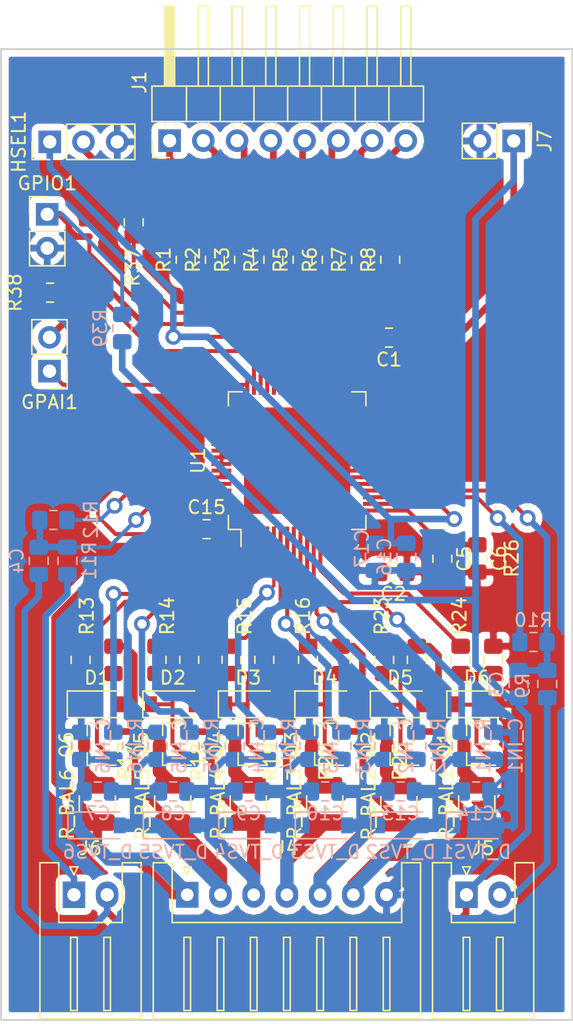
<source format=kicad_pcb>
(kicad_pcb (version 20171130) (host pcbnew "(5.0.0)")
  (layers (0 F.Cu signal) (31 B.Cu signal) (34 B.Paste user) (35 F.Paste user hide) (36 B.SilkS user) (37 F.SilkS user hide) (38 B.Mask user) (39 F.Mask user hide) (44 Edge.Cuts user))
  (net 0 "")
  (net 1 "Net-(C2-Pad2)")
  (net 2 GND)
  (net 3 LDOA)
  (net 4 "/Balancing Module/Cell5+")
  (net 5 "/Balancing Module/Cell4+")
  (net 6 "/Balancing Module/Cell3+")
  (net 7 "/Balancing Module/Cell2+")
  (net 8 "/Balancing Module/Cell1+")
  (net 9 LDOD)
  (net 10 "Net-(Q1-Pad3)")
  (net 11 "Net-(Q2-Pad3)")
  (net 12 "Net-(Q3-Pad3)")
  (net 13 "Net-(Q4-Pad3)")
  (net 14 "Net-(Q5-Pad3)")
  (net 15 "Net-(Q6-Pad3)")
  (net 16 "/Balancing Module/CB6")
  (net 17 "/Balancing Module/CB5")
  (net 18 "/Balancing Module/CB4")
  (net 19 "/Balancing Module/CB3")
  (net 20 "/Balancing Module/VC2")
  (net 21 "/Balancing Module/VC1")
  (net 22 "/Balancing Module/CB2")
  (net 23 "/Balancing Module/CB1")
  (net 24 HSEL)
  (net 25 GPIO)
  (net 26 "/Balancing Module/VC6")
  (net 27 "/Balancing Module/VC5")
  (net 28 "/Balancing Module/VC4")
  (net 29 "/Balancing Module/VC3")
  (net 30 "Net-(J5-Pad2)")
  (net 31 /V_batt)
  (net 32 "Net-(HSEL1-Pad2)")
  (net 33 GPAI2)
  (net 34 GPAI1)
  (net 35 "Net-(J6-Pad1)")
  (net 36 REG50)
  (net 37 "Net-(D1-Pad1)")
  (net 38 "Net-(D2-Pad1)")
  (net 39 "Net-(D3-Pad1)")
  (net 40 "Net-(D4-Pad1)")
  (net 41 "Net-(D5-Pad1)")
  (net 42 "Net-(D6-Pad1)")
  (net 43 "Net-(R5-Pad1)")
  (net 44 "Net-(R6-Pad1)")
  (net 45 "Net-(R7-Pad1)")
  (net 46 "Net-(J1-Pad1)")
  (net 47 "Net-(J1-Pad2)")
  (net 48 "Net-(J1-Pad3)")
  (net 49 "Net-(J1-Pad4)")
  (net 50 "Net-(J1-Pad5)")
  (net 51 "Net-(J1-Pad6)")
  (net 52 "Net-(J1-Pad7)")
  (net 53 "Net-(J1-Pad8)")
  (net 54 "Net-(R1-Pad1)")
  (net 55 "Net-(R2-Pad1)")
  (net 56 "Net-(R3-Pad1)")
  (net 57 "Net-(R4-Pad1)")
  (net 58 /TSP1)
  (net 59 /TSP2)
  (net 60 /TSN1)
  (net 61 /TSN2)
  (net 62 "Net-(R21-Pad2)")
  (module Capacitor_SMD:C_0805_2012Metric_Pad1.15x1.40mm_HandSolder (layer F.Cu) (at 78.83 89.72)
    (fp_text reference C15 (at 0 -1.65) (layer F.SilkS))
    (fp_text value "0.1uF 50v")
    (pad 1 smd roundrect (at -1.025 0) (size 1.15 1.4) (layers F.Cu F.Paste F.Mask) (roundrect_rratio 0.217391) (net 2 GND))
    (pad 2 smd roundrect (at 1.025 0) (size 1.15 1.4) (layers F.Cu F.Paste F.Mask) (roundrect_rratio 0.217391) (net 31 /V_batt))
  )
  (module Resistor_SMD:R_0805_2012Metric_Pad1.15x1.40mm_HandSolder (layer B.Cu) (at 72.48 74.6 270)
    (fp_text reference R39 (at 0 1.65 270) (layer B.SilkS) (effects (justify mirror)))
    (fp_text value 1M)
    (pad 2 smd roundrect (at 1.025 0 270) (size 1.15 1.4) (layers B.Cu B.Paste B.Mask) (roundrect_rratio 0.217391) (net 36 REG50))
    (pad 1 smd roundrect (at -1.025 0 270) (size 1.15 1.4) (layers B.Cu B.Paste B.Mask) (roundrect_rratio 0.217391) (net 25 GPIO))
  )
  (module Connector_PinHeader_2.54mm:PinHeader_1x08_P2.54mm_Horizontal (layer F.Cu) (at 76.044715 60.508969 90)
    (fp_text reference J1 (at 4.385 -2.27 90) (layer F.SilkS))
    (fp_text value Conn_01x08)
    (pad 8 thru_hole oval (at 0 17.78 90) (size 1.7 1.7) (drill 1) (layers *.Cu *.Mask) (net 53 "Net-(J1-Pad8)"))
    (pad 7 thru_hole oval (at 0 15.24 90) (size 1.7 1.7) (drill 1) (layers *.Cu *.Mask) (net 52 "Net-(J1-Pad7)"))
    (pad 6 thru_hole oval (at 0 12.7 90) (size 1.7 1.7) (drill 1) (layers *.Cu *.Mask) (net 51 "Net-(J1-Pad6)"))
    (pad 5 thru_hole oval (at 0 10.16 90) (size 1.7 1.7) (drill 1) (layers *.Cu *.Mask) (net 50 "Net-(J1-Pad5)"))
    (pad 4 thru_hole oval (at 0 7.62 90) (size 1.7 1.7) (drill 1) (layers *.Cu *.Mask) (net 49 "Net-(J1-Pad4)"))
    (pad 3 thru_hole oval (at 0 5.08 90) (size 1.7 1.7) (drill 1) (layers *.Cu *.Mask) (net 48 "Net-(J1-Pad3)"))
    (pad 2 thru_hole oval (at 0 2.54 90) (size 1.7 1.7) (drill 1) (layers *.Cu *.Mask) (net 47 "Net-(J1-Pad2)"))
    (pad 1 thru_hole rect (at 0 0 90) (size 1.7 1.7) (drill 1) (layers *.Cu *.Mask) (net 46 "Net-(J1-Pad1)"))
  )
  (module Resistor_SMD:R_0805_2012Metric_Pad1.15x1.40mm_HandSolder (layer F.Cu) (at 71.814715 99.548969 90)
    (fp_text reference R17 (at -7.570833 0.88 90) (layer F.SilkS))
    (fp_text value 1M)
    (pad 2 smd roundrect (at 1.025 0 90) (size 1.15 1.4) (layers F.Cu F.Paste F.Mask) (roundrect_rratio 0.217391) (net 4 "/Balancing Module/Cell5+"))
    (pad 1 smd roundrect (at -1.025 0 90) (size 1.15 1.4) (layers F.Cu F.Paste F.Mask) (roundrect_rratio 0.217391) (net 37 "Net-(D1-Pad1)"))
  )
  (module Package_TO_SOT_SMD:SOT-23 (layer F.Cu) (at 99.164715 105.888969 180)
    (fp_text reference Q1 (at 2.41 -0.04 270) (layer F.SilkS))
    (fp_text value 2N7002)
    (pad 1 smd rect (at -1 -0.95 180) (size 0.9 0.8) (layers F.Cu F.Paste F.Mask) (net 42 "Net-(D6-Pad1)"))
    (pad 2 smd rect (at -1 0.95 180) (size 0.9 0.8) (layers F.Cu F.Paste F.Mask) (net 2 GND))
    (pad 3 smd rect (at 1 0 180) (size 0.9 0.8) (layers F.Cu F.Paste F.Mask) (net 10 "Net-(Q1-Pad3)"))
  )
  (module Package_TO_SOT_SMD:SOT-23 (layer F.Cu) (at 93.404715 105.888969 180)
    (fp_text reference Q2 (at 2.4 -0.04 270) (layer F.SilkS))
    (fp_text value 2N7002)
    (pad 3 smd rect (at 1 0 180) (size 0.9 0.8) (layers F.Cu F.Paste F.Mask) (net 11 "Net-(Q2-Pad3)"))
    (pad 2 smd rect (at -1 0.95 180) (size 0.9 0.8) (layers F.Cu F.Paste F.Mask) (net 8 "/Balancing Module/Cell1+"))
    (pad 1 smd rect (at -1 -0.95 180) (size 0.9 0.8) (layers F.Cu F.Paste F.Mask) (net 41 "Net-(D5-Pad1)"))
  )
  (module Package_TO_SOT_SMD:SOT-23 (layer F.Cu) (at 87.724715 105.888969 180)
    (fp_text reference Q3 (at 2.45 -0.04 270) (layer F.SilkS))
    (fp_text value 2N7002)
    (pad 3 smd rect (at 1 0 180) (size 0.9 0.8) (layers F.Cu F.Paste F.Mask) (net 12 "Net-(Q3-Pad3)"))
    (pad 2 smd rect (at -1 0.95 180) (size 0.9 0.8) (layers F.Cu F.Paste F.Mask) (net 7 "/Balancing Module/Cell2+"))
    (pad 1 smd rect (at -1 -0.95 180) (size 0.9 0.8) (layers F.Cu F.Paste F.Mask) (net 40 "Net-(D4-Pad1)"))
  )
  (module Package_TO_SOT_SMD:SOT-23 (layer F.Cu) (at 81.964715 105.888969 180)
    (fp_text reference Q4 (at 2.41 -0.04 270) (layer F.SilkS))
    (fp_text value 2N7002)
    (pad 3 smd rect (at 1 0 180) (size 0.9 0.8) (layers F.Cu F.Paste F.Mask) (net 13 "Net-(Q4-Pad3)"))
    (pad 2 smd rect (at -1 0.95 180) (size 0.9 0.8) (layers F.Cu F.Paste F.Mask) (net 6 "/Balancing Module/Cell3+"))
    (pad 1 smd rect (at -1 -0.95 180) (size 0.9 0.8) (layers F.Cu F.Paste F.Mask) (net 39 "Net-(D3-Pad1)"))
  )
  (module Package_TO_SOT_SMD:SOT-23 (layer F.Cu) (at 76.284715 105.888969 180)
    (fp_text reference Q5 (at 2.38 -0.04 270) (layer F.SilkS))
    (fp_text value 2N7002)
    (pad 1 smd rect (at -1 -0.95 180) (size 0.9 0.8) (layers F.Cu F.Paste F.Mask) (net 38 "Net-(D2-Pad1)"))
    (pad 2 smd rect (at -1 0.95 180) (size 0.9 0.8) (layers F.Cu F.Paste F.Mask) (net 5 "/Balancing Module/Cell4+"))
    (pad 3 smd rect (at 1 0 180) (size 0.9 0.8) (layers F.Cu F.Paste F.Mask) (net 14 "Net-(Q5-Pad3)"))
  )
  (module Package_TO_SOT_SMD:SOT-23 (layer F.Cu) (at 70.604715 105.888969 180)
    (fp_text reference Q6 (at 2.32 -0.04 270) (layer F.SilkS))
    (fp_text value 2N7002)
    (pad 1 smd rect (at -1 -0.95 180) (size 0.9 0.8) (layers F.Cu F.Paste F.Mask) (net 37 "Net-(D1-Pad1)"))
    (pad 2 smd rect (at -1 0.95 180) (size 0.9 0.8) (layers F.Cu F.Paste F.Mask) (net 4 "/Balancing Module/Cell5+"))
    (pad 3 smd rect (at 1 0 180) (size 0.9 0.8) (layers F.Cu F.Paste F.Mask) (net 15 "Net-(Q6-Pad3)"))
  )
  (module Resistor_SMD:R_0805_2012Metric_Pad1.15x1.40mm_HandSolder (layer F.Cu) (at 69.344715 99.548969 270)
    (fp_text reference R13 (at -3.303334 -0.47 270) (layer F.SilkS))
    (fp_text value 1K)
    (pad 1 smd roundrect (at -1.025 0 270) (size 1.15 1.4) (layers F.Cu F.Paste F.Mask) (roundrect_rratio 0.217391) (net 16 "/Balancing Module/CB6"))
    (pad 2 smd roundrect (at 1.025 0 270) (size 1.15 1.4) (layers F.Cu F.Paste F.Mask) (roundrect_rratio 0.217391) (net 37 "Net-(D1-Pad1)"))
  )
  (module Resistor_SMD:R_0805_2012Metric_Pad1.15x1.40mm_HandSolder (layer F.Cu) (at 75.064715 99.548969 270)
    (fp_text reference R14 (at -3.303334 -0.802602 270) (layer F.SilkS))
    (fp_text value 1K)
    (pad 1 smd roundrect (at -1.025 0 270) (size 1.15 1.4) (layers F.Cu F.Paste F.Mask) (roundrect_rratio 0.217391) (net 17 "/Balancing Module/CB5"))
    (pad 2 smd roundrect (at 1.025 0 270) (size 1.15 1.4) (layers F.Cu F.Paste F.Mask) (roundrect_rratio 0.217391) (net 38 "Net-(D2-Pad1)"))
  )
  (module Resistor_SMD:R_0805_2012Metric_Pad1.15x1.40mm_HandSolder (layer F.Cu) (at 80.704715 99.548968 270)
    (fp_text reference R15 (at -3.303334 -0.986946 270) (layer F.SilkS))
    (fp_text value 1K)
    (pad 1 smd roundrect (at -1.025 0 270) (size 1.15 1.4) (layers F.Cu F.Paste F.Mask) (roundrect_rratio 0.217391) (net 18 "/Balancing Module/CB4"))
    (pad 2 smd roundrect (at 1.025 0 270) (size 1.15 1.4) (layers F.Cu F.Paste F.Mask) (roundrect_rratio 0.217391) (net 39 "Net-(D3-Pad1)"))
  )
  (module Resistor_SMD:R_0805_2012Metric_Pad1.15x1.40mm_HandSolder (layer F.Cu) (at 86.464715 99.548968 270)
    (fp_text reference R16 (at -3.303334 0.374796 270) (layer F.SilkS))
    (fp_text value 1K)
    (pad 1 smd roundrect (at -1.025 0 270) (size 1.15 1.4) (layers F.Cu F.Paste F.Mask) (roundrect_rratio 0.217391) (net 19 "/Balancing Module/CB3"))
    (pad 2 smd roundrect (at 1.025 0 270) (size 1.15 1.4) (layers F.Cu F.Paste F.Mask) (roundrect_rratio 0.217391) (net 40 "Net-(D4-Pad1)"))
  )
  (module Resistor_SMD:R_0805_2012Metric_Pad1.15x1.40mm_HandSolder (layer F.Cu) (at 77.524715 99.548968 90)
    (fp_text reference R18 (at -7.643334 0.663484 90) (layer F.SilkS))
    (fp_text value 1M)
    (pad 1 smd roundrect (at -1.025 0 90) (size 1.15 1.4) (layers F.Cu F.Paste F.Mask) (roundrect_rratio 0.217391) (net 38 "Net-(D2-Pad1)"))
    (pad 2 smd roundrect (at 1.025 0 90) (size 1.15 1.4) (layers F.Cu F.Paste F.Mask) (roundrect_rratio 0.217391) (net 5 "/Balancing Module/Cell4+"))
  )
  (module Resistor_SMD:R_0805_2012Metric_Pad1.15x1.40mm_HandSolder (layer F.Cu) (at 83.174715 99.548968 90)
    (fp_text reference R19 (at -7.643334 0.47914 90) (layer F.SilkS))
    (fp_text value 1M)
    (pad 2 smd roundrect (at 1.025 0 90) (size 1.15 1.4) (layers F.Cu F.Paste F.Mask) (roundrect_rratio 0.217391) (net 6 "/Balancing Module/Cell3+"))
    (pad 1 smd roundrect (at -1.025 0 90) (size 1.15 1.4) (layers F.Cu F.Paste F.Mask) (roundrect_rratio 0.217391) (net 39 "Net-(D3-Pad1)"))
  )
  (module Resistor_SMD:R_0805_2012Metric_Pad1.15x1.40mm_HandSolder (layer F.Cu) (at 88.924715 99.548968 90)
    (fp_text reference R20 (at -7.643334 -1.09129 90) (layer F.SilkS))
    (fp_text value 1M)
    (pad 2 smd roundrect (at 1.025 0 90) (size 1.15 1.4) (layers F.Cu F.Paste F.Mask) (roundrect_rratio 0.217391) (net 7 "/Balancing Module/Cell2+"))
    (pad 1 smd roundrect (at -1.025 0 90) (size 1.15 1.4) (layers F.Cu F.Paste F.Mask) (roundrect_rratio 0.217391) (net 40 "Net-(D4-Pad1)"))
  )
  (module Resistor_SMD:R_0805_2012Metric_Pad1.15x1.40mm_HandSolder (layer F.Cu) (at 92.194715 99.548968 270)
    (fp_text reference R23 (at -3.303334 0.190452 270) (layer F.SilkS))
    (fp_text value 1K)
    (pad 1 smd roundrect (at -1.025 0 270) (size 1.15 1.4) (layers F.Cu F.Paste F.Mask) (roundrect_rratio 0.217391) (net 22 "/Balancing Module/CB2"))
    (pad 2 smd roundrect (at 1.025 0 270) (size 1.15 1.4) (layers F.Cu F.Paste F.Mask) (roundrect_rratio 0.217391) (net 41 "Net-(D5-Pad1)"))
  )
  (module Resistor_SMD:R_0805_2012Metric_Pad1.15x1.40mm_HandSolder (layer F.Cu) (at 97.954715 99.548968 270)
    (fp_text reference R24 (at -3.303334 0.086108 270) (layer F.SilkS))
    (fp_text value 1K)
    (pad 1 smd roundrect (at -1.025 0 270) (size 1.15 1.4) (layers F.Cu F.Paste F.Mask) (roundrect_rratio 0.217391) (net 23 "/Balancing Module/CB1"))
    (pad 2 smd roundrect (at 1.025 0 270) (size 1.15 1.4) (layers F.Cu F.Paste F.Mask) (roundrect_rratio 0.217391) (net 42 "Net-(D6-Pad1)"))
  )
  (module Resistor_SMD:R_0805_2012Metric_Pad1.15x1.40mm_HandSolder (layer F.Cu) (at 94.654715 99.548968 90)
    (fp_text reference R25 (at -7.643334 -1.275634 90) (layer F.SilkS))
    (fp_text value 1M)
    (pad 2 smd roundrect (at 1.025 0 90) (size 1.15 1.4) (layers F.Cu F.Paste F.Mask) (roundrect_rratio 0.217391) (net 8 "/Balancing Module/Cell1+"))
    (pad 1 smd roundrect (at -1.025 0 90) (size 1.15 1.4) (layers F.Cu F.Paste F.Mask) (roundrect_rratio 0.217391) (net 41 "Net-(D5-Pad1)"))
  )
  (module Resistor_SMD:R_0805_2012Metric_Pad1.15x1.40mm_HandSolder (layer F.Cu) (at 100.414715 99.548968 90)
    (fp_text reference R26 (at 7.643334 1.379978 90) (layer F.SilkS))
    (fp_text value 1M)
    (pad 1 smd roundrect (at -1.025 0 90) (size 1.15 1.4) (layers F.Cu F.Paste F.Mask) (roundrect_rratio 0.217391) (net 42 "Net-(D6-Pad1)"))
    (pad 2 smd roundrect (at 1.025 0 90) (size 1.15 1.4) (layers F.Cu F.Paste F.Mask) (roundrect_rratio 0.217391) (net 2 GND))
  )
  (module Resistor_SMD:R_0805_2012Metric_Pad1.15x1.40mm_HandSolder (layer F.Cu) (at 73.344715 66.648969 270)
    (fp_text reference R37 (at 3.39 0.0775 270) (layer F.SilkS))
    (fp_text value 1M)
    (pad 1 smd roundrect (at -1.025 0 270) (size 1.15 1.4) (layers F.Cu F.Paste F.Mask) (roundrect_rratio 0.217391) (net 32 "Net-(HSEL1-Pad2)"))
    (pad 2 smd roundrect (at 1.025 0 270) (size 1.15 1.4) (layers F.Cu F.Paste F.Mask) (roundrect_rratio 0.217391) (net 24 HSEL))
  )
  (module Resistor_SMD:R_0805_2012Metric_Pad1.15x1.40mm_HandSolder (layer F.Cu) (at 67.044715 71.938969 180)
    (fp_text reference R38 (at 2.66 0 270) (layer F.SilkS))
    (fp_text value 1M)
    (pad 1 smd roundrect (at -1.025 0 180) (size 1.15 1.4) (layers F.Cu F.Paste F.Mask) (roundrect_rratio 0.217391) (net 33 GPAI2))
    (pad 2 smd roundrect (at 1.025 0 180) (size 1.15 1.4) (layers F.Cu F.Paste F.Mask) (roundrect_rratio 0.217391) (net 2 GND))
  )
  (module Package_QFP:HTQFP-64-1EP_10x10mm_P0.5mm_EP8x8mm (layer F.Cu) (at 85.644715 84.568969 90)
    (fp_text reference U1 (at 0 -7.45 90) (layer F.SilkS))
    (fp_text value bq76pl536)
    (pad 1 smd rect (at -5.7 -3.75 90) (size 1.5 0.3) (layers F.Cu F.Paste F.Mask) (net 26 "/Balancing Module/VC6"))
    (pad 2 smd rect (at -5.7 -3.25 90) (size 1.5 0.3) (layers F.Cu F.Paste F.Mask) (net 16 "/Balancing Module/CB6"))
    (pad 3 smd rect (at -5.7 -2.75 90) (size 1.5 0.3) (layers F.Cu F.Paste F.Mask) (net 27 "/Balancing Module/VC5"))
    (pad 4 smd rect (at -5.7 -2.25 90) (size 1.5 0.3) (layers F.Cu F.Paste F.Mask) (net 17 "/Balancing Module/CB5"))
    (pad 5 smd rect (at -5.7 -1.75 90) (size 1.5 0.3) (layers F.Cu F.Paste F.Mask) (net 28 "/Balancing Module/VC4"))
    (pad 6 smd rect (at -5.7 -1.25 90) (size 1.5 0.3) (layers F.Cu F.Paste F.Mask) (net 18 "/Balancing Module/CB4"))
    (pad 7 smd rect (at -5.7 -0.75 90) (size 1.5 0.3) (layers F.Cu F.Paste F.Mask) (net 29 "/Balancing Module/VC3"))
    (pad 8 smd rect (at -5.7 -0.25 90) (size 1.5 0.3) (layers F.Cu F.Paste F.Mask) (net 19 "/Balancing Module/CB3"))
    (pad 9 smd rect (at -5.7 0.25 90) (size 1.5 0.3) (layers F.Cu F.Paste F.Mask) (net 20 "/Balancing Module/VC2"))
    (pad 10 smd rect (at -5.7 0.75 90) (size 1.5 0.3) (layers F.Cu F.Paste F.Mask) (net 22 "/Balancing Module/CB2"))
    (pad 11 smd rect (at -5.7 1.25 90) (size 1.5 0.3) (layers F.Cu F.Paste F.Mask) (net 21 "/Balancing Module/VC1"))
    (pad 12 smd rect (at -5.7 1.75 90) (size 1.5 0.3) (layers F.Cu F.Paste F.Mask) (net 23 "/Balancing Module/CB1"))
    (pad 13 smd rect (at -5.7 2.25 90) (size 1.5 0.3) (layers F.Cu F.Paste F.Mask) (net 2 GND))
    (pad 14 smd rect (at -5.7 2.75 90) (size 1.5 0.3) (layers F.Cu F.Paste F.Mask) (net 2 GND))
    (pad 15 smd rect (at -5.7 3.25 90) (size 1.5 0.3) (layers F.Cu F.Paste F.Mask) (net 2 GND))
    (pad 16 smd rect (at -5.7 3.75 90) (size 1.5 0.3) (layers F.Cu F.Paste F.Mask) (net 1 "Net-(C2-Pad2)"))
    (pad 17 smd rect (at -3.75 5.7 180) (size 1.5 0.3) (layers F.Cu F.Paste F.Mask) (net 3 LDOA))
    (pad 18 smd rect (at -3.25 5.7 180) (size 1.5 0.3) (layers F.Cu F.Paste F.Mask) (net 9 LDOD))
    (pad 19 smd rect (at -2.75 5.7 180) (size 1.5 0.3) (layers F.Cu F.Paste F.Mask) (net 60 /TSN1))
    (pad 20 smd rect (at -2.25 5.7 180) (size 1.5 0.3) (layers F.Cu F.Paste F.Mask) (net 58 /TSP1))
    (pad 21 smd rect (at -1.75 5.7 180) (size 1.5 0.3) (layers F.Cu F.Paste F.Mask) (net 2 GND))
    (pad 22 smd rect (at -1.25 5.7 180) (size 1.5 0.3) (layers F.Cu F.Paste F.Mask) (net 2 GND))
    (pad 23 smd rect (at -0.75 5.7 180) (size 1.5 0.3) (layers F.Cu F.Paste F.Mask) (net 2 GND))
    (pad 24 smd rect (at -0.25 5.7 180) (size 1.5 0.3) (layers F.Cu F.Paste F.Mask) (net 2 GND))
    (pad 25 smd rect (at 0.25 5.7 180) (size 1.5 0.3) (layers F.Cu F.Paste F.Mask) (net 2 GND))
    (pad 26 smd rect (at 0.75 5.7 180) (size 1.5 0.3) (layers F.Cu F.Paste F.Mask) (net 2 GND))
    (pad 27 smd rect (at 1.25 5.7 180) (size 1.5 0.3) (layers F.Cu F.Paste F.Mask) (net 2 GND))
    (pad 28 smd rect (at 1.75 5.7 180) (size 1.5 0.3) (layers F.Cu F.Paste F.Mask) (net 2 GND))
    (pad 29 smd rect (at 2.25 5.7 180) (size 1.5 0.3) (layers F.Cu F.Paste F.Mask) (net 2 GND))
    (pad 30 smd rect (at 2.75 5.7 180) (size 1.5 0.3) (layers F.Cu F.Paste F.Mask))
    (pad 31 smd rect (at 3.25 5.7 180) (size 1.5 0.3) (layers F.Cu F.Paste F.Mask))
    (pad 32 smd rect (at 3.75 5.7 180) (size 1.5 0.3) (layers F.Cu F.Paste F.Mask) (net 36 REG50))
    (pad 33 smd rect (at 5.7 3.75 90) (size 1.5 0.3) (layers F.Cu F.Paste F.Mask) (net 2 GND))
    (pad 34 smd rect (at 5.7 3.25 90) (size 1.5 0.3) (layers F.Cu F.Paste F.Mask) (net 2 GND))
    (pad 35 smd rect (at 5.7 2.75 90) (size 1.5 0.3) (layers F.Cu F.Paste F.Mask) (net 2 GND))
    (pad 36 smd rect (at 5.7 2.25 90) (size 1.5 0.3) (layers F.Cu F.Paste F.Mask) (net 62 "Net-(R21-Pad2)"))
    (pad 37 smd rect (at 5.7 1.75 90) (size 1.5 0.3) (layers F.Cu F.Paste F.Mask) (net 45 "Net-(R7-Pad1)"))
    (pad 38 smd rect (at 5.7 1.25 90) (size 1.5 0.3) (layers F.Cu F.Paste F.Mask) (net 44 "Net-(R6-Pad1)"))
    (pad 39 smd rect (at 5.7 0.75 90) (size 1.5 0.3) (layers F.Cu F.Paste F.Mask) (net 43 "Net-(R5-Pad1)"))
    (pad 40 smd rect (at 5.7 0.25 90) (size 1.5 0.3) (layers F.Cu F.Paste F.Mask) (net 57 "Net-(R4-Pad1)"))
    (pad 41 smd rect (at 5.7 -0.25 90) (size 1.5 0.3) (layers F.Cu F.Paste F.Mask) (net 56 "Net-(R3-Pad1)"))
    (pad 42 smd rect (at 5.7 -0.75 90) (size 1.5 0.3) (layers F.Cu F.Paste F.Mask) (net 55 "Net-(R2-Pad1)"))
    (pad 43 smd rect (at 5.7 -1.25 90) (size 1.5 0.3) (layers F.Cu F.Paste F.Mask) (net 54 "Net-(R1-Pad1)"))
    (pad 44 smd rect (at 5.7 -1.75 90) (size 1.5 0.3) (layers F.Cu F.Paste F.Mask) (net 24 HSEL))
    (pad 45 smd rect (at 5.7 -2.25 90) (size 1.5 0.3) (layers F.Cu F.Paste F.Mask) (net 25 GPIO))
    (pad 46 smd rect (at 5.7 -2.75 90) (size 1.5 0.3) (layers F.Cu F.Paste F.Mask) (net 9 LDOD))
    (pad 47 smd rect (at 5.7 -3.25 90) (size 1.5 0.3) (layers F.Cu F.Paste F.Mask) (net 33 GPAI2))
    (pad 48 smd rect (at 5.7 -3.75 90) (size 1.5 0.3) (layers F.Cu F.Paste F.Mask) (net 34 GPAI1))
    (pad 49 smd rect (at 3.75 -5.7 180) (size 1.5 0.3) (layers F.Cu F.Paste F.Mask) (net 2 GND))
    (pad 50 smd rect (at 3.25 -5.7 180) (size 1.5 0.3) (layers F.Cu F.Paste F.Mask) (net 2 GND))
    (pad 51 smd rect (at 2.75 -5.7 180) (size 1.5 0.3) (layers F.Cu F.Paste F.Mask))
    (pad 52 smd rect (at 2.25 -5.7 180) (size 1.5 0.3) (layers F.Cu F.Paste F.Mask) (net 31 /V_batt))
    (pad 53 smd rect (at 1.75 -5.7 180) (size 1.5 0.3) (layers F.Cu F.Paste F.Mask) (net 31 /V_batt))
    (pad 54 smd rect (at 1.25 -5.7 180) (size 1.5 0.3) (layers F.Cu F.Paste F.Mask) (net 31 /V_batt))
    (pad 55 smd rect (at 0.75 -5.7 180) (size 1.5 0.3) (layers F.Cu F.Paste F.Mask) (net 31 /V_batt))
    (pad 56 smd rect (at 0.25 -5.7 180) (size 1.5 0.3) (layers F.Cu F.Paste F.Mask) (net 31 /V_batt))
    (pad 57 smd rect (at -0.25 -5.7 180) (size 1.5 0.3) (layers F.Cu F.Paste F.Mask) (net 31 /V_batt))
    (pad 58 smd rect (at -0.75 -5.7 180) (size 1.5 0.3) (layers F.Cu F.Paste F.Mask) (net 31 /V_batt))
    (pad 59 smd rect (at -1.25 -5.7 180) (size 1.5 0.3) (layers F.Cu F.Paste F.Mask) (net 31 /V_batt))
    (pad 60 smd rect (at -1.75 -5.7 180) (size 1.5 0.3) (layers F.Cu F.Paste F.Mask) (net 61 /TSN2))
    (pad 61 smd rect (at -2.25 -5.7 180) (size 1.5 0.3) (layers F.Cu F.Paste F.Mask) (net 59 /TSP2))
    (pad 62 smd rect (at -2.75 -5.7 180) (size 1.5 0.3) (layers F.Cu F.Paste F.Mask))
    (pad 63 smd rect (at -3.25 -5.7 180) (size 1.5 0.3) (layers F.Cu F.Paste F.Mask) (net 31 /V_batt))
    (pad 64 smd rect (at -3.75 -5.7 180) (size 1.5 0.3) (layers F.Cu F.Paste F.Mask) (net 31 /V_batt))
    (pad 65 smd rect (at 0 0 270) (size 8 8) (layers F.Cu F.Mask) (net 2 GND))
  )
  (module Resistor_SMD:R_0805_2012Metric_Pad1.15x1.40mm_HandSolder (layer B.Cu) (at 104.472068 101.364198 90)
    (fp_text reference R9 (at -0.120001 -1.84 90) (layer B.SilkS) (effects (justify mirror)))
    (fp_text value 1K47)
    (pad 1 smd roundrect (at -1.025 0 90) (size 1.15 1.4) (layers B.Cu B.Paste B.Mask) (roundrect_rratio 0.217391) (net 30 "Net-(J5-Pad2)"))
    (pad 2 smd roundrect (at 1.025 0 90) (size 1.15 1.4) (layers B.Cu B.Paste B.Mask) (roundrect_rratio 0.217391) (net 58 /TSP1))
  )
  (module Resistor_SMD:R_0805_2012Metric_Pad1.15x1.40mm_HandSolder (layer B.Cu) (at 103.432068 98.204198 180)
    (fp_text reference R10 (at 0 1.65 180) (layer B.SilkS) (effects (justify mirror)))
    (fp_text value 1K82)
    (pad 2 smd roundrect (at 1.025 0 180) (size 1.15 1.4) (layers B.Cu B.Paste B.Mask) (roundrect_rratio 0.217) (net 60 /TSN1))
    (pad 1 smd roundrect (at -1.025 0 180) (size 1.15 1.4) (layers B.Cu B.Paste B.Mask) (roundrect_rratio 0.217391) (net 58 /TSP1))
  )
  (module Resistor_SMD:R_0805_2012Metric_Pad1.15x1.40mm_HandSolder (layer B.Cu) (at 68.354715 92.098969 90)
    (fp_text reference R11 (at 0 1.65 90) (layer B.SilkS) (effects (justify mirror)))
    (fp_text value 1K47)
    (pad 2 smd roundrect (at 1.025 0 90) (size 1.15 1.4) (layers B.Cu B.Paste B.Mask) (roundrect_rratio 0.217391) (net 59 /TSP2))
    (pad 1 smd roundrect (at -1.025 0 90) (size 1.15 1.4) (layers B.Cu B.Paste B.Mask) (roundrect_rratio 0.217391) (net 35 "Net-(J6-Pad1)"))
  )
  (module Resistor_SMD:R_0805_2012Metric_Pad1.15x1.40mm_HandSolder (layer B.Cu) (at 67.294715 89.028969)
    (fp_text reference R12 (at 2.83 -0.03 90) (layer B.SilkS) (effects (justify mirror)))
    (fp_text value 1K82)
    (pad 1 smd roundrect (at -1.025 0) (size 1.15 1.4) (layers B.Cu B.Paste B.Mask) (roundrect_rratio 0.217) (net 59 /TSP2))
    (pad 2 smd roundrect (at 1.025 0) (size 1.15 1.4) (layers B.Cu B.Paste B.Mask) (roundrect_rratio 0.217391) (net 61 /TSN2))
  )
  (module Capacitor_SMD:C_0805_2012Metric_Pad1.15x1.40mm_HandSolder (layer F.Cu) (at 92.554715 75.318969 180)
    (fp_text reference C1 (at 0 -1.65 180) (layer F.SilkS))
    (fp_text value 2.2uF)
    (pad 2 smd roundrect (at 1.025 0 180) (size 1.15 1.4) (layers F.Cu F.Paste F.Mask) (roundrect_rratio 0.217391) (net 2 GND))
    (pad 1 smd roundrect (at -1.025 0 180) (size 1.15 1.4) (layers F.Cu F.Paste F.Mask) (roundrect_rratio 0.217391) (net 36 REG50))
  )
  (module Capacitor_SMD:C_0805_2012Metric_Pad1.15x1.40mm_HandSolder (layer B.Cu) (at 102.312068 101.364198 270)
    (fp_text reference C3 (at 0 1.65 270) (layer B.SilkS) (effects (justify mirror)))
    (fp_text value 10nF)
    (pad 1 smd roundrect (at -1.025 0 270) (size 1.15 1.4) (layers B.Cu B.Paste B.Mask) (roundrect_rratio 0.217391) (net 58 /TSP1))
    (pad 2 smd roundrect (at 1.025 0 270) (size 1.15 1.4) (layers B.Cu B.Paste B.Mask) (roundrect_rratio 0.217391) (net 36 REG50))
  )
  (module Capacitor_SMD:C_0805_2012Metric_Pad1.15x1.40mm_HandSolder (layer B.Cu) (at 66.194715 92.098969 270)
    (fp_text reference C4 (at 0 1.65 270) (layer B.SilkS) (effects (justify mirror)))
    (fp_text value 10nF)
    (pad 2 smd roundrect (at 1.025 0 270) (size 1.15 1.4) (layers B.Cu B.Paste B.Mask) (roundrect_rratio 0.217391) (net 36 REG50))
    (pad 1 smd roundrect (at -1.025 0 270) (size 1.15 1.4) (layers B.Cu B.Paste B.Mask) (roundrect_rratio 0.217391) (net 59 /TSP2))
  )
  (module Capacitor_SMD:C_0805_2012Metric_Pad1.15x1.40mm_HandSolder (layer B.Cu) (at 70.639892 109.441171)
    (fp_text reference C7 (at 0 1.65) (layer B.SilkS) (effects (justify mirror)))
    (fp_text value "0.1uF 50V")
    (pad 1 smd roundrect (at -1.025 0) (size 1.15 1.4) (layers B.Cu B.Paste B.Mask) (roundrect_rratio 0.217391) (net 31 /V_batt))
    (pad 2 smd roundrect (at 1.025 0) (size 1.15 1.4) (layers B.Cu B.Paste B.Mask) (roundrect_rratio 0.217391) (net 4 "/Balancing Module/Cell5+"))
  )
  (module Capacitor_SMD:C_0805_2012Metric_Pad1.15x1.40mm_HandSolder (layer B.Cu) (at 76.319892 109.441171)
    (fp_text reference C8 (at 0 1.65) (layer B.SilkS) (effects (justify mirror)))
    (fp_text value "0.1uF 50V")
    (pad 1 smd roundrect (at -1.025 0) (size 1.15 1.4) (layers B.Cu B.Paste B.Mask) (roundrect_rratio 0.217391) (net 4 "/Balancing Module/Cell5+"))
    (pad 2 smd roundrect (at 1.025 0) (size 1.15 1.4) (layers B.Cu B.Paste B.Mask) (roundrect_rratio 0.217391) (net 5 "/Balancing Module/Cell4+"))
  )
  (module Capacitor_SMD:C_0805_2012Metric_Pad1.15x1.40mm_HandSolder (layer B.Cu) (at 81.999892 109.441171)
    (fp_text reference C9 (at 0 1.65) (layer B.SilkS) (effects (justify mirror)))
    (fp_text value "0.1uF 50V")
    (pad 2 smd roundrect (at 1.025 0) (size 1.15 1.4) (layers B.Cu B.Paste B.Mask) (roundrect_rratio 0.217391) (net 6 "/Balancing Module/Cell3+"))
    (pad 1 smd roundrect (at -1.025 0) (size 1.15 1.4) (layers B.Cu B.Paste B.Mask) (roundrect_rratio 0.217391) (net 5 "/Balancing Module/Cell4+"))
  )
  (module Capacitor_SMD:C_0805_2012Metric_Pad1.15x1.40mm_HandSolder (layer B.Cu) (at 87.759892 109.441171)
    (fp_text reference C10 (at 0 1.65) (layer B.SilkS) (effects (justify mirror)))
    (fp_text value "0.1uF 50V")
    (pad 1 smd roundrect (at -1.025 0) (size 1.15 1.4) (layers B.Cu B.Paste B.Mask) (roundrect_rratio 0.217391) (net 6 "/Balancing Module/Cell3+"))
    (pad 2 smd roundrect (at 1.025 0) (size 1.15 1.4) (layers B.Cu B.Paste B.Mask) (roundrect_rratio 0.217391) (net 7 "/Balancing Module/Cell2+"))
  )
  (module Capacitor_SMD:C_0805_2012Metric_Pad1.15x1.40mm_HandSolder (layer B.Cu) (at 93.439892 109.441171)
    (fp_text reference C13 (at 0 1.65) (layer B.SilkS) (effects (justify mirror)))
    (fp_text value "0.1uF 50V")
    (pad 1 smd roundrect (at -1.025 0) (size 1.15 1.4) (layers B.Cu B.Paste B.Mask) (roundrect_rratio 0.217391) (net 7 "/Balancing Module/Cell2+"))
    (pad 2 smd roundrect (at 1.025 0) (size 1.15 1.4) (layers B.Cu B.Paste B.Mask) (roundrect_rratio 0.217391) (net 8 "/Balancing Module/Cell1+"))
  )
  (module Capacitor_SMD:C_0805_2012Metric_Pad1.15x1.40mm_HandSolder (layer B.Cu) (at 99.119892 109.441171)
    (fp_text reference C14 (at 0 1.65) (layer B.SilkS) (effects (justify mirror)))
    (fp_text value "0.1uF 50V")
    (pad 1 smd roundrect (at -1.025 0) (size 1.15 1.4) (layers B.Cu B.Paste B.Mask) (roundrect_rratio 0.217391) (net 8 "/Balancing Module/Cell1+"))
    (pad 2 smd roundrect (at 1.025 0) (size 1.15 1.4) (layers B.Cu B.Paste B.Mask) (roundrect_rratio 0.217391) (net 2 GND))
  )
  (module Capacitor_SMD:C_0805_2012Metric_Pad1.15x1.40mm_HandSolder (layer B.Cu) (at 100.444715 106.012271 90)
    (fp_text reference C_IN1 (at 0 1.65 90) (layer B.SilkS) (effects (justify mirror)))
    (fp_text value "0.1uF 50V")
    (pad 2 smd roundrect (at 1.025 0 90) (size 1.15 1.4) (layers B.Cu B.Paste B.Mask) (roundrect_rratio 0.217391) (net 2 GND))
    (pad 1 smd roundrect (at -1.025 0 90) (size 1.15 1.4) (layers B.Cu B.Paste B.Mask) (roundrect_rratio 0.217391) (net 8 "/Balancing Module/Cell1+"))
  )
  (module Capacitor_SMD:C_0805_2012Metric_Pad1.15x1.40mm_HandSolder (layer B.Cu) (at 92.206251 106.012271 90)
    (fp_text reference C_IN2 (at 0 1.65 90) (layer B.SilkS) (effects (justify mirror)))
    (fp_text value "0.1uF 50V")
    (pad 2 smd roundrect (at 1.025 0 90) (size 1.15 1.4) (layers B.Cu B.Paste B.Mask) (roundrect_rratio 0.217391) (net 2 GND))
    (pad 1 smd roundrect (at -1.025 0 90) (size 1.15 1.4) (layers B.Cu B.Paste B.Mask) (roundrect_rratio 0.217391) (net 7 "/Balancing Module/Cell2+"))
  )
  (module Capacitor_SMD:C_0805_2012Metric_Pad1.15x1.40mm_HandSolder (layer B.Cu) (at 86.567791 106.012271 90)
    (fp_text reference C_IN3 (at 0 1.65 90) (layer B.SilkS) (effects (justify mirror)))
    (fp_text value "0.1uF 50V")
    (pad 2 smd roundrect (at 1.025 0 90) (size 1.15 1.4) (layers B.Cu B.Paste B.Mask) (roundrect_rratio 0.217391) (net 2 GND))
    (pad 1 smd roundrect (at -1.025 0 90) (size 1.15 1.4) (layers B.Cu B.Paste B.Mask) (roundrect_rratio 0.217391) (net 6 "/Balancing Module/Cell3+"))
  )
  (module Capacitor_SMD:C_0805_2012Metric_Pad1.15x1.40mm_HandSolder (layer B.Cu) (at 80.955483 106.012271 90)
    (fp_text reference C_IN4 (at 0 1.65 90) (layer B.SilkS) (effects (justify mirror)))
    (fp_text value "0.1uF 50V")
    (pad 1 smd roundrect (at -1.025 0 90) (size 1.15 1.4) (layers B.Cu B.Paste B.Mask) (roundrect_rratio 0.217391) (net 5 "/Balancing Module/Cell4+"))
    (pad 2 smd roundrect (at 1.025 0 90) (size 1.15 1.4) (layers B.Cu B.Paste B.Mask) (roundrect_rratio 0.217391) (net 2 GND))
  )
  (module Capacitor_SMD:C_0805_2012Metric_Pad1.15x1.40mm_HandSolder (layer B.Cu) (at 75.137023 106.012271 90)
    (fp_text reference C_IN5 (at 0 1.65 90) (layer B.SilkS) (effects (justify mirror)))
    (fp_text value "0.1uF 50V")
    (pad 2 smd roundrect (at 1.025 0 90) (size 1.15 1.4) (layers B.Cu B.Paste B.Mask) (roundrect_rratio 0.217391) (net 2 GND))
    (pad 1 smd roundrect (at -1.025 0 90) (size 1.15 1.4) (layers B.Cu B.Paste B.Mask) (roundrect_rratio 0.217391) (net 4 "/Balancing Module/Cell5+"))
  )
  (module Capacitor_SMD:C_0805_2012Metric_Pad1.15x1.40mm_HandSolder (layer B.Cu) (at 69.394715 106.012271 90)
    (fp_text reference C_IN6 (at 0 1.65 90) (layer B.SilkS) (effects (justify mirror)))
    (fp_text value "0.1uF 50V")
    (pad 2 smd roundrect (at 1.025 0 90) (size 1.15 1.4) (layers B.Cu B.Paste B.Mask) (roundrect_rratio 0.217391) (net 2 GND))
    (pad 1 smd roundrect (at -1.025 0 90) (size 1.15 1.4) (layers B.Cu B.Paste B.Mask) (roundrect_rratio 0.217391) (net 31 /V_batt))
  )
  (module Diode_SMD:D_SOD-123 (layer B.Cu) (at 99.119892 111.991172)
    (fp_text reference D_TVS1 (at 0 2) (layer B.SilkS) (effects (justify mirror)))
    (fp_text value "5V6 500mW")
    (pad 2 smd rect (at 1.65 0) (size 0.9 1.2) (layers B.Cu B.Paste B.Mask) (net 2 GND))
    (pad 1 smd rect (at -1.65 0) (size 0.9 1.2) (layers B.Cu B.Paste B.Mask) (net 8 "/Balancing Module/Cell1+"))
  )
  (module Diode_SMD:D_SOD-123 (layer B.Cu) (at 93.439892 111.991172)
    (fp_text reference D_TVS2 (at 0 2) (layer B.SilkS) (effects (justify mirror)))
    (fp_text value "5V6 500mW")
    (pad 1 smd rect (at -1.65 0) (size 0.9 1.2) (layers B.Cu B.Paste B.Mask) (net 7 "/Balancing Module/Cell2+"))
    (pad 2 smd rect (at 1.65 0) (size 0.9 1.2) (layers B.Cu B.Paste B.Mask) (net 8 "/Balancing Module/Cell1+"))
  )
  (module Diode_SMD:D_SOD-123 (layer B.Cu) (at 87.759892 111.991172)
    (fp_text reference D_TVS3 (at 0 2) (layer B.SilkS) (effects (justify mirror)))
    (fp_text value 5V6)
    (pad 1 smd rect (at -1.65 0) (size 0.9 1.2) (layers B.Cu B.Paste B.Mask) (net 6 "/Balancing Module/Cell3+"))
    (pad 2 smd rect (at 1.65 0) (size 0.9 1.2) (layers B.Cu B.Paste B.Mask) (net 7 "/Balancing Module/Cell2+"))
  )
  (module Diode_SMD:D_SOD-123 (layer B.Cu) (at 81.999892 111.991172)
    (fp_text reference D_TVS4 (at 0 2) (layer B.SilkS) (effects (justify mirror)))
    (fp_text value 5V6)
    (pad 2 smd rect (at 1.65 0) (size 0.9 1.2) (layers B.Cu B.Paste B.Mask) (net 6 "/Balancing Module/Cell3+"))
    (pad 1 smd rect (at -1.65 0) (size 0.9 1.2) (layers B.Cu B.Paste B.Mask) (net 5 "/Balancing Module/Cell4+"))
  )
  (module Diode_SMD:D_SOD-123 (layer B.Cu) (at 76.319892 111.991172)
    (fp_text reference D_TVS5 (at 0 2) (layer B.SilkS) (effects (justify mirror)))
    (fp_text value "5V6 500mW")
    (pad 2 smd rect (at 1.65 0) (size 0.9 1.2) (layers B.Cu B.Paste B.Mask) (net 5 "/Balancing Module/Cell4+"))
    (pad 1 smd rect (at -1.65 0) (size 0.9 1.2) (layers B.Cu B.Paste B.Mask) (net 4 "/Balancing Module/Cell5+"))
  )
  (module Diode_SMD:D_SOD-123 (layer B.Cu) (at 70.639892 111.991172)
    (fp_text reference D_TVS6 (at 0 2) (layer B.SilkS) (effects (justify mirror)))
    (fp_text value "5V6 500mW")
    (pad 1 smd rect (at -1.65 0) (size 0.9 1.2) (layers B.Cu B.Paste B.Mask) (net 31 /V_batt))
    (pad 2 smd rect (at 1.65 0) (size 0.9 1.2) (layers B.Cu B.Paste B.Mask) (net 4 "/Balancing Module/Cell5+"))
  )
  (module Resistor_SMD:R_0805_2012Metric_Pad1.15x1.40mm_HandSolder (layer B.Cu) (at 98.028559 106.012271 90)
    (fp_text reference R_IN1 (at 0 1.65 90) (layer B.SilkS) (effects (justify mirror)))
    (fp_text value "1K, 1%")
    (pad 2 smd roundrect (at 1.025 0 90) (size 1.15 1.4) (layers B.Cu B.Paste B.Mask) (roundrect_rratio 0.217391) (net 21 "/Balancing Module/VC1"))
    (pad 1 smd roundrect (at -1.025 0 90) (size 1.15 1.4) (layers B.Cu B.Paste B.Mask) (roundrect_rratio 0.217391) (net 8 "/Balancing Module/Cell1+"))
  )
  (module Resistor_SMD:R_0805_2012Metric_Pad1.15x1.40mm_HandSolder (layer B.Cu) (at 94.622405 106.012271 90)
    (fp_text reference R_IN2 (at 0 1.65 90) (layer B.SilkS) (effects (justify mirror)))
    (fp_text value "1K, 1%")
    (pad 1 smd roundrect (at -1.025 0 90) (size 1.15 1.4) (layers B.Cu B.Paste B.Mask) (roundrect_rratio 0.217391) (net 7 "/Balancing Module/Cell2+"))
    (pad 2 smd roundrect (at 1.025 0 90) (size 1.15 1.4) (layers B.Cu B.Paste B.Mask) (roundrect_rratio 0.217391) (net 20 "/Balancing Module/VC2"))
  )
  (module Resistor_SMD:R_0805_2012Metric_Pad1.15x1.40mm_HandSolder (layer B.Cu) (at 88.983945 106.012271 90)
    (fp_text reference R_IN3 (at 0 1.65 90) (layer B.SilkS) (effects (justify mirror)))
    (fp_text value "1K, 1%")
    (pad 2 smd roundrect (at 1.025 0 90) (size 1.15 1.4) (layers B.Cu B.Paste B.Mask) (roundrect_rratio 0.217391) (net 29 "/Balancing Module/VC3"))
    (pad 1 smd roundrect (at -1.025 0 90) (size 1.15 1.4) (layers B.Cu B.Paste B.Mask) (roundrect_rratio 0.217391) (net 6 "/Balancing Module/Cell3+"))
  )
  (module Resistor_SMD:R_0805_2012Metric_Pad1.15x1.40mm_HandSolder (layer B.Cu) (at 83.371637 106.012271 90)
    (fp_text reference R_IN4 (at 0 1.65 90) (layer B.SilkS) (effects (justify mirror)))
    (fp_text value "1K, 1%")
    (pad 1 smd roundrect (at -1.025 0 90) (size 1.15 1.4) (layers B.Cu B.Paste B.Mask) (roundrect_rratio 0.217391) (net 5 "/Balancing Module/Cell4+"))
    (pad 2 smd roundrect (at 1.025 0 90) (size 1.15 1.4) (layers B.Cu B.Paste B.Mask) (roundrect_rratio 0.217391) (net 28 "/Balancing Module/VC4"))
  )
  (module Resistor_SMD:R_0805_2012Metric_Pad1.15x1.40mm_HandSolder (layer B.Cu) (at 77.553177 106.012271 90)
    (fp_text reference R_IN5 (at 0 1.65 90) (layer B.SilkS) (effects (justify mirror)))
    (fp_text value "1K, 1%")
    (pad 1 smd roundrect (at -1.025 0 90) (size 1.15 1.4) (layers B.Cu B.Paste B.Mask) (roundrect_rratio 0.217391) (net 4 "/Balancing Module/Cell5+"))
    (pad 2 smd roundrect (at 1.025 0 90) (size 1.15 1.4) (layers B.Cu B.Paste B.Mask) (roundrect_rratio 0.217391) (net 27 "/Balancing Module/VC5"))
  )
  (module Resistor_SMD:R_0805_2012Metric_Pad1.15x1.40mm_HandSolder (layer B.Cu) (at 71.810869 106.012271 90)
    (fp_text reference R_IN6 (at 0 1.65 90) (layer B.SilkS) (effects (justify mirror)))
    (fp_text value "1K, 1%")
    (pad 1 smd roundrect (at -1.025 0 90) (size 1.15 1.4) (layers B.Cu B.Paste B.Mask) (roundrect_rratio 0.217391) (net 31 /V_batt))
    (pad 2 smd roundrect (at 1.025 0 90) (size 1.15 1.4) (layers B.Cu B.Paste B.Mask) (roundrect_rratio 0.217391) (net 26 "/Balancing Module/VC6"))
  )
  (module Connector_JST:JST_XH_S07B-XH-A_1x07_P2.50mm_Horizontal (layer F.Cu) (at 77.374715 117.208969)
    (fp_text reference J4 (at 7.5 -3.5) (layer F.SilkS))
    (fp_text value Conn_01x07)
    (pad 1 thru_hole rect (at 0 0) (size 1.7 1.95) (drill 0.95) (layers *.Cu *.Mask) (net 31 /V_batt))
    (pad 2 thru_hole oval (at 2.5 0) (size 1.7 1.95) (drill 0.95) (layers *.Cu *.Mask) (net 4 "/Balancing Module/Cell5+"))
    (pad 3 thru_hole oval (at 5 0) (size 1.7 1.95) (drill 0.95) (layers *.Cu *.Mask) (net 5 "/Balancing Module/Cell4+"))
    (pad 4 thru_hole oval (at 7.5 0) (size 1.7 1.95) (drill 0.95) (layers *.Cu *.Mask) (net 6 "/Balancing Module/Cell3+"))
    (pad 5 thru_hole oval (at 10 0) (size 1.7 1.95) (drill 0.95) (layers *.Cu *.Mask) (net 7 "/Balancing Module/Cell2+"))
    (pad 6 thru_hole oval (at 12.5 0) (size 1.7 1.95) (drill 0.95) (layers *.Cu *.Mask) (net 8 "/Balancing Module/Cell1+"))
    (pad 7 thru_hole oval (at 15 0) (size 1.7 1.95) (drill 0.95) (layers *.Cu *.Mask) (net 2 GND))
  )
  (module Connector_JST:JST_XH_S02B-XH-A_1x02_P2.50mm_Horizontal (layer F.Cu) (at 98.394715 117.208969)
    (fp_text reference J5 (at 1.25 -3.5) (layer F.SilkS))
    (fp_text value NTC)
    (pad 2 thru_hole oval (at 2.5 0) (size 1.7 2) (drill 1) (layers *.Cu *.Mask) (net 30 "Net-(J5-Pad2)"))
    (pad 1 thru_hole rect (at 0 0) (size 1.7 2) (drill 1) (layers *.Cu *.Mask) (net 36 REG50))
  )
  (module Connector_JST:JST_XH_S02B-XH-A_1x02_P2.50mm_Horizontal (layer F.Cu) (at 68.844715 117.208969)
    (fp_text reference J6 (at 1.25 -3.5) (layer F.SilkS))
    (fp_text value NTC)
    (pad 1 thru_hole rect (at 0 0) (size 1.7 2) (drill 1) (layers *.Cu *.Mask) (net 35 "Net-(J6-Pad1)"))
    (pad 2 thru_hole oval (at 2.5 0) (size 1.7 2) (drill 1) (layers *.Cu *.Mask) (net 36 REG50))
  )
  (module Diode_SMD:D_SOD-123 (layer F.Cu) (at 70.594715 102.888969)
    (fp_text reference D1 (at 0 -2) (layer F.SilkS))
    (fp_text value 5V6)
    (pad 2 smd rect (at 1.65 0) (size 0.9 1.2) (layers F.Cu F.Paste F.Mask) (net 4 "/Balancing Module/Cell5+"))
    (pad 1 smd rect (at -1.65 0) (size 0.9 1.2) (layers F.Cu F.Paste F.Mask) (net 37 "Net-(D1-Pad1)"))
  )
  (module Diode_SMD:D_SOD-123 (layer F.Cu) (at 76.284715 102.888969)
    (fp_text reference D2 (at 0 -2) (layer F.SilkS))
    (fp_text value 5V6)
    (pad 1 smd rect (at -1.65 0) (size 0.9 1.2) (layers F.Cu F.Paste F.Mask) (net 38 "Net-(D2-Pad1)"))
    (pad 2 smd rect (at 1.65 0) (size 0.9 1.2) (layers F.Cu F.Paste F.Mask) (net 5 "/Balancing Module/Cell4+"))
  )
  (module Diode_SMD:D_SOD-123 (layer F.Cu) (at 81.964715 102.888969)
    (fp_text reference D3 (at 0 -2) (layer F.SilkS))
    (fp_text value 5V6)
    (pad 1 smd rect (at -1.65 0) (size 0.9 1.2) (layers F.Cu F.Paste F.Mask) (net 39 "Net-(D3-Pad1)"))
    (pad 2 smd rect (at 1.65 0) (size 0.9 1.2) (layers F.Cu F.Paste F.Mask) (net 6 "/Balancing Module/Cell3+"))
  )
  (module Diode_SMD:D_SOD-123 (layer F.Cu) (at 87.724715 102.888969)
    (fp_text reference D4 (at 0 -2) (layer F.SilkS))
    (fp_text value 5V6)
    (pad 1 smd rect (at -1.65 0) (size 0.9 1.2) (layers F.Cu F.Paste F.Mask) (net 40 "Net-(D4-Pad1)"))
    (pad 2 smd rect (at 1.65 0) (size 0.9 1.2) (layers F.Cu F.Paste F.Mask) (net 7 "/Balancing Module/Cell2+"))
  )
  (module Diode_SMD:D_SOD-123 (layer F.Cu) (at 93.404715 102.888969)
    (fp_text reference D5 (at 0 -2) (layer F.SilkS))
    (fp_text value 5V6)
    (pad 2 smd rect (at 1.65 0) (size 0.9 1.2) (layers F.Cu F.Paste F.Mask) (net 8 "/Balancing Module/Cell1+"))
    (pad 1 smd rect (at -1.65 0) (size 0.9 1.2) (layers F.Cu F.Paste F.Mask) (net 41 "Net-(D5-Pad1)"))
  )
  (module Diode_SMD:D_SOD-123 (layer F.Cu) (at 99.164715 102.888969)
    (fp_text reference D6 (at 0 -2) (layer F.SilkS))
    (fp_text value 5V6)
    (pad 2 smd rect (at 1.65 0) (size 0.9 1.2) (layers F.Cu F.Paste F.Mask) (net 2 GND))
    (pad 1 smd rect (at -1.65 0) (size 0.9 1.2) (layers F.Cu F.Paste F.Mask) (net 42 "Net-(D6-Pad1)"))
  )
  (module Resistor_SMD:R_0805_2012Metric_Pad1.15x1.40mm_HandSolder (layer F.Cu) (at 77.254715 69.468969 90)
    (fp_text reference R1 (at 0 -1.65 90) (layer F.SilkS))
    (fp_text value 100)
    (pad 1 smd roundrect (at -1.025 0 90) (size 1.15 1.4) (layers F.Cu F.Paste F.Mask) (roundrect_rratio 0.217391) (net 54 "Net-(R1-Pad1)"))
    (pad 2 smd roundrect (at 1.025 0 90) (size 1.15 1.4) (layers F.Cu F.Paste F.Mask) (roundrect_rratio 0.217391) (net 46 "Net-(J1-Pad1)"))
  )
  (module Resistor_SMD:R_0805_2012Metric_Pad1.15x1.40mm_HandSolder (layer F.Cu) (at 79.454715 69.468969 90)
    (fp_text reference R2 (at 0 -1.65 90) (layer F.SilkS))
    (fp_text value 100)
    (pad 2 smd roundrect (at 1.025 0 90) (size 1.15 1.4) (layers F.Cu F.Paste F.Mask) (roundrect_rratio 0.217391) (net 47 "Net-(J1-Pad2)"))
    (pad 1 smd roundrect (at -1.025 0 90) (size 1.15 1.4) (layers F.Cu F.Paste F.Mask) (roundrect_rratio 0.217391) (net 55 "Net-(R2-Pad1)"))
  )
  (module Resistor_SMD:R_0805_2012Metric_Pad1.15x1.40mm_HandSolder (layer F.Cu) (at 81.654715 69.468969 90)
    (fp_text reference R3 (at 0 -1.65 90) (layer F.SilkS))
    (fp_text value 100)
    (pad 1 smd roundrect (at -1.025 0 90) (size 1.15 1.4) (layers F.Cu F.Paste F.Mask) (roundrect_rratio 0.217391) (net 56 "Net-(R3-Pad1)"))
    (pad 2 smd roundrect (at 1.025 0 90) (size 1.15 1.4) (layers F.Cu F.Paste F.Mask) (roundrect_rratio 0.217391) (net 48 "Net-(J1-Pad3)"))
  )
  (module Resistor_SMD:R_0805_2012Metric_Pad1.15x1.40mm_HandSolder (layer F.Cu) (at 83.854715 69.468969 90)
    (fp_text reference R4 (at 0 -1.65 90) (layer F.SilkS))
    (fp_text value 100)
    (pad 1 smd roundrect (at -1.025 0 90) (size 1.15 1.4) (layers F.Cu F.Paste F.Mask) (roundrect_rratio 0.217391) (net 57 "Net-(R4-Pad1)"))
    (pad 2 smd roundrect (at 1.025 0 90) (size 1.15 1.4) (layers F.Cu F.Paste F.Mask) (roundrect_rratio 0.217391) (net 49 "Net-(J1-Pad4)"))
  )
  (module Resistor_SMD:R_0805_2012Metric_Pad1.15x1.40mm_HandSolder (layer F.Cu) (at 86.054715 69.468969 90)
    (fp_text reference R5 (at 0 -1.65 90) (layer F.SilkS))
    (fp_text value 100)
    (pad 2 smd roundrect (at 1.025 0 90) (size 1.15 1.4) (layers F.Cu F.Paste F.Mask) (roundrect_rratio 0.217391) (net 50 "Net-(J1-Pad5)"))
    (pad 1 smd roundrect (at -1.025 0 90) (size 1.15 1.4) (layers F.Cu F.Paste F.Mask) (roundrect_rratio 0.217391) (net 43 "Net-(R5-Pad1)"))
  )
  (module Resistor_SMD:R_0805_2012Metric_Pad1.15x1.40mm_HandSolder (layer F.Cu) (at 88.254715 69.468969 90)
    (fp_text reference R6 (at 0 -1.65 90) (layer F.SilkS))
    (fp_text value 100)
    (pad 2 smd roundrect (at 1.025 0 90) (size 1.15 1.4) (layers F.Cu F.Paste F.Mask) (roundrect_rratio 0.217391) (net 51 "Net-(J1-Pad6)"))
    (pad 1 smd roundrect (at -1.025 0 90) (size 1.15 1.4) (layers F.Cu F.Paste F.Mask) (roundrect_rratio 0.217391) (net 44 "Net-(R6-Pad1)"))
  )
  (module Resistor_SMD:R_0805_2012Metric_Pad1.15x1.40mm_HandSolder (layer F.Cu) (at 90.454715 69.468969 90)
    (fp_text reference R7 (at 0 -1.65 90) (layer F.SilkS))
    (fp_text value 100)
    (pad 1 smd roundrect (at -1.025 0 90) (size 1.15 1.4) (layers F.Cu F.Paste F.Mask) (roundrect_rratio 0.217391) (net 45 "Net-(R7-Pad1)"))
    (pad 2 smd roundrect (at 1.025 0 90) (size 1.15 1.4) (layers F.Cu F.Paste F.Mask) (roundrect_rratio 0.217391) (net 52 "Net-(J1-Pad7)"))
  )
  (module Resistor_SMD:R_0805_2012Metric_Pad1.15x1.40mm_HandSolder (layer F.Cu) (at 92.654715 69.468969 90)
    (fp_text reference R8 (at 0 -1.65 90) (layer F.SilkS))
    (fp_text value 100)
    (pad 2 smd roundrect (at 1.025 0 90) (size 1.15 1.4) (layers F.Cu F.Paste F.Mask) (roundrect_rratio 0.217391) (net 53 "Net-(J1-Pad8)"))
    (pad 1 smd roundrect (at -1.025 0 90) (size 1.15 1.4) (layers F.Cu F.Paste F.Mask) (roundrect_rratio 0.217391) (net 62 "Net-(R21-Pad2)"))
  )
  (module Capacitor_SMD:C_0805_2012Metric_Pad1.15x1.40mm_HandSolder (layer F.Cu) (at 92.884715 92.938969 180)
    (fp_text reference C2 (at 0 -1.65 180) (layer F.SilkS))
    (fp_text value "10uF 10V")
    (pad 1 smd roundrect (at -1.025 0 180) (size 1.15 1.4) (layers F.Cu F.Paste F.Mask) (roundrect_rratio 0.217391) (net 2 GND))
    (pad 2 smd roundrect (at 1.025 0 180) (size 1.15 1.4) (layers F.Cu F.Paste F.Mask) (roundrect_rratio 0.217391) (net 1 "Net-(C2-Pad2)"))
  )
  (module Capacitor_SMD:C_0805_2012Metric_Pad1.15x1.40mm_HandSolder (layer F.Cu) (at 96.574715 91.94518 270)
    (fp_text reference C5 (at 0 -1.65 270) (layer F.SilkS))
    (fp_text value 0.1uF)
    (pad 2 smd roundrect (at 1.025 0 270) (size 1.15 1.4) (layers F.Cu F.Paste F.Mask) (roundrect_rratio 0.217391) (net 2 GND))
    (pad 1 smd roundrect (at -1.025 0 270) (size 1.15 1.4) (layers F.Cu F.Paste F.Mask) (roundrect_rratio 0.217391) (net 3 LDOA))
  )
  (module Capacitor_SMD:C_0805_2012Metric_Pad1.15x1.40mm_HandSolder (layer F.Cu) (at 99.204715 91.918969 270)
    (fp_text reference C6 (at 0 -1.65 270) (layer F.SilkS))
    (fp_text value 2.2uF)
    (pad 1 smd roundrect (at -1.025 0 270) (size 1.15 1.4) (layers F.Cu F.Paste F.Mask) (roundrect_rratio 0.217391) (net 3 LDOA))
    (pad 2 smd roundrect (at 1.025 0 270) (size 1.15 1.4) (layers F.Cu F.Paste F.Mask) (roundrect_rratio 0.217391) (net 2 GND))
  )
  (module Capacitor_SMD:C_0805_2012Metric_Pad1.15x1.40mm_HandSolder (layer B.Cu) (at 93.864715 91.798969 270)
    (fp_text reference C16 (at 0 1.65 270) (layer B.SilkS) (effects (justify mirror)))
    (fp_text value 0.1uF)
    (pad 2 smd roundrect (at 1.025 0 270) (size 1.15 1.4) (layers B.Cu B.Paste B.Mask) (roundrect_rratio 0.217391) (net 2 GND))
    (pad 1 smd roundrect (at -1.025 0 270) (size 1.15 1.4) (layers B.Cu B.Paste B.Mask) (roundrect_rratio 0.217391) (net 9 LDOD))
  )
  (module Capacitor_SMD:C_0805_2012Metric_Pad1.15x1.40mm_HandSolder (layer B.Cu) (at 91.494715 91.798969 270)
    (fp_text reference C17 (at -0.631211 0.971945 270) (layer B.SilkS) (effects (justify mirror)))
    (fp_text value 2.2uF)
    (pad 1 smd roundrect (at -1.025 0 270) (size 1.15 1.4) (layers B.Cu B.Paste B.Mask) (roundrect_rratio 0.217391) (net 9 LDOD))
    (pad 2 smd roundrect (at 1.025 0 270) (size 1.15 1.4) (layers B.Cu B.Paste B.Mask) (roundrect_rratio 0.217391) (net 2 GND))
  )
  (module Connector_PinHeader_2.54mm:PinHeader_1x02_P2.54mm_Vertical (layer F.Cu) (at 67.004715 77.838969 180)
    (fp_text reference GPAI1 (at 0 -2.33 180) (layer F.SilkS))
    (fp_text value Conn_GPAI)
    (pad 2 thru_hole oval (at 0 2.54 180) (size 1.7 1.7) (drill 1) (layers *.Cu *.Mask) (net 33 GPAI2))
    (pad 1 thru_hole rect (at 0 0 180) (size 1.7 1.7) (drill 1) (layers *.Cu *.Mask) (net 34 GPAI1))
  )
  (module Connector_PinHeader_2.54mm:PinHeader_1x02_P2.54mm_Vertical (layer F.Cu) (at 66.834715 66.048969)
    (fp_text reference GPIO1 (at 0 -2.33) (layer F.SilkS))
    (fp_text value Conn_GPIO)
    (pad 1 thru_hole rect (at 0 0) (size 1.7 1.7) (drill 1) (layers *.Cu *.Mask) (net 25 GPIO))
    (pad 2 thru_hole oval (at 0 2.54) (size 1.7 1.7) (drill 1) (layers *.Cu *.Mask) (net 2 GND))
  )
  (module Connector_PinHeader_2.54mm:PinHeader_1x03_P2.54mm_Vertical (layer F.Cu) (at 67.024715 60.598969 90)
    (fp_text reference HSEL1 (at 0 -2.33 90) (layer F.SilkS))
    (fp_text value Jumper_HSEL)
    (pad 1 thru_hole rect (at 0 0 90) (size 1.7 1.7) (drill 1) (layers *.Cu *.Mask) (net 9 LDOD))
    (pad 2 thru_hole oval (at 0 2.54 90) (size 1.7 1.7) (drill 1) (layers *.Cu *.Mask) (net 32 "Net-(HSEL1-Pad2)"))
    (pad 3 thru_hole oval (at 0 5.08 90) (size 1.7 1.7) (drill 1) (layers *.Cu *.Mask) (net 2 GND))
  )
  (module Connector_PinHeader_2.54mm:PinHeader_1x02_P2.54mm_Vertical (layer F.Cu) (at 101.944715 60.528969 270)
    (fp_text reference J7 (at 0 -2.33 270) (layer F.SilkS))
    (fp_text value Conn_REG50)
    (pad 1 thru_hole rect (at 0 0 270) (size 1.7 1.7) (drill 1) (layers *.Cu *.Mask) (net 36 REG50))
    (pad 2 thru_hole oval (at 0 2.54 270) (size 1.7 1.7) (drill 1) (layers *.Cu *.Mask) (net 2 GND))
  )
  (module Resistor_SMD:R_1210_3225Metric (layer F.Cu) (at 99.164715 110.378969 90)
    (fp_text reference R_BAL1 (at 0 -2.28 90) (layer F.SilkS))
    (fp_text value 47)
    (pad 2 smd roundrect (at 1.4 0 90) (size 1.25 2.65) (layers F.Cu F.Paste F.Mask) (roundrect_rratio 0.2) (net 10 "Net-(Q1-Pad3)"))
    (pad 1 smd roundrect (at -1.4 0 90) (size 1.25 2.65) (layers F.Cu F.Paste F.Mask) (roundrect_rratio 0.2) (net 8 "/Balancing Module/Cell1+"))
  )
  (module Resistor_SMD:R_1210_3225Metric (layer F.Cu) (at 93.304715 110.428969 90)
    (fp_text reference R_BAL2 (at 0 -2.28 90) (layer F.SilkS))
    (fp_text value 47)
    (pad 1 smd roundrect (at -1.4 0 90) (size 1.25 2.65) (layers F.Cu F.Paste F.Mask) (roundrect_rratio 0.2) (net 7 "/Balancing Module/Cell2+"))
    (pad 2 smd roundrect (at 1.4 0 90) (size 1.25 2.65) (layers F.Cu F.Paste F.Mask) (roundrect_rratio 0.2) (net 11 "Net-(Q2-Pad3)"))
  )
  (module Resistor_SMD:R_1210_3225Metric (layer F.Cu) (at 87.724715 110.378969 90)
    (fp_text reference R_BAL3 (at 0 -2.28 90) (layer F.SilkS))
    (fp_text value 47)
    (pad 2 smd roundrect (at 1.4 0 90) (size 1.25 2.65) (layers F.Cu F.Paste F.Mask) (roundrect_rratio 0.2) (net 12 "Net-(Q3-Pad3)"))
    (pad 1 smd roundrect (at -1.4 0 90) (size 1.25 2.65) (layers F.Cu F.Paste F.Mask) (roundrect_rratio 0.2) (net 6 "/Balancing Module/Cell3+"))
  )
  (module Resistor_SMD:R_1210_3225Metric (layer F.Cu) (at 81.964715 110.378969 90)
    (fp_text reference R_BAL4 (at 0 -2.28 90) (layer F.SilkS))
    (fp_text value 47)
    (pad 1 smd roundrect (at -1.4 0 90) (size 1.25 2.65) (layers F.Cu F.Paste F.Mask) (roundrect_rratio 0.2) (net 5 "/Balancing Module/Cell4+"))
    (pad 2 smd roundrect (at 1.4 0 90) (size 1.25 2.65) (layers F.Cu F.Paste F.Mask) (roundrect_rratio 0.2) (net 13 "Net-(Q4-Pad3)"))
  )
  (module Resistor_SMD:R_1210_3225Metric (layer F.Cu) (at 76.284715 110.378969 90)
    (fp_text reference R_BAL5 (at 0 -2.28 90) (layer F.SilkS))
    (fp_text value 47)
    (pad 2 smd roundrect (at 1.4 0 90) (size 1.25 2.65) (layers F.Cu F.Paste F.Mask) (roundrect_rratio 0.2) (net 14 "Net-(Q5-Pad3)"))
    (pad 1 smd roundrect (at -1.4 0 90) (size 1.25 2.65) (layers F.Cu F.Paste F.Mask) (roundrect_rratio 0.2) (net 4 "/Balancing Module/Cell5+"))
  )
  (module Resistor_SMD:R_1210_3225Metric (layer F.Cu) (at 70.604715 110.378969 90)
    (fp_text reference R_BAL6 (at 0 -2.28 90) (layer F.SilkS))
    (fp_text value 47)
    (pad 1 smd roundrect (at -1.4 0 90) (size 1.25 2.65) (layers F.Cu F.Paste F.Mask) (roundrect_rratio 0.2) (net 31 /V_batt))
    (pad 2 smd roundrect (at 1.4 0 90) (size 1.25 2.65) (layers F.Cu F.Paste F.Mask) (roundrect_rratio 0.2) (net 15 "Net-(Q6-Pad3)"))
  )
  (gr_line (start 63.354715 126.618969) (end 106.354715 126.618969) (layer Edge.Cuts) (width 0.15))
  (gr_line (start 106.354715 53.618969) (end 106.354715 126.618969) (layer Edge.Cuts) (width 0.15))
  (gr_line (start 63.354715 53.618969) (end 106.354715 53.618969) (layer Edge.Cuts) (width 0.15))
  (gr_line (start 63.354715 53.618969) (end 63.354715 126.618969) (layer Edge.Cuts) (width 0.15))
  (segment (start 90.584715 92.938969) (end 91.859715 92.938969) (width 0.3) (layer F.Cu) (net 1))
  (segment (start 89.394715 90.268969) (end 89.394715 91.748969) (width 0.3) (layer F.Cu) (net 1))
  (segment (start 89.394715 91.748969) (end 90.584715 92.938969) (width 0.3) (layer F.Cu) (net 1))
  (segment (start 92.354715 117.278969) (end 92.354715 117.153969) (width 1) (layer F.Cu) (net 2))
  (segment (start 88.394715 87.318969) (end 85.644715 84.568969) (width 0.25) (layer F.Cu) (net 2))
  (segment (start 100.144892 111.566172) (end 100.569892 111.991172) (width 1) (layer B.Cu) (net 2))
  (segment (start 100.144892 109.441171) (end 100.144892 111.566172) (width 1) (layer B.Cu) (net 2))
  (segment (start 98.169715 114.718969) (end 94.814715 114.718969) (width 1) (layer B.Cu) (net 2))
  (segment (start 94.814715 114.718969) (end 92.339892 117.193792) (width 1) (layer B.Cu) (net 2))
  (segment (start 100.724715 112.038969) (end 100.724715 112.163969) (width 1) (layer B.Cu) (net 2))
  (segment (start 92.339892 117.193792) (end 92.339892 117.256766) (width 1) (layer B.Cu) (net 2))
  (segment (start 100.724715 112.163969) (end 98.169715 114.718969) (width 1) (layer B.Cu) (net 2))
  (segment (start 101.068087 105.610643) (end 100.444715 104.987271) (width 0.3) (layer B.Cu) (net 2))
  (segment (start 101.664715 106.207271) (end 101.068087 105.610643) (width 0.3) (layer B.Cu) (net 2))
  (segment (start 100.144892 109.441171) (end 101.664715 107.921348) (width 0.3) (layer B.Cu) (net 2))
  (segment (start 101.664715 107.921348) (end 101.664715 106.207271) (width 0.3) (layer B.Cu) (net 2))
  (segment (start 85.644715 83.168969) (end 85.644715 84.568969) (width 1) (layer F.Cu) (net 2))
  (segment (start 88.894715 78.868969) (end 88.894715 79.918969) (width 1) (layer F.Cu) (net 2))
  (segment (start 88.894715 79.918969) (end 85.644715 83.168969) (width 1) (layer F.Cu) (net 2))
  (segment (start 85.644715 86.468969) (end 85.644715 84.568969) (width 1) (layer F.Cu) (net 2))
  (segment (start 88.394715 90.268969) (end 88.394715 89.218969) (width 1) (layer F.Cu) (net 2))
  (segment (start 88.394715 89.218969) (end 85.644715 86.468969) (width 1) (layer F.Cu) (net 2))
  (segment (start 82.394715 81.318969) (end 85.644715 84.568969) (width 0.3) (layer F.Cu) (net 2))
  (segment (start 79.944715 81.318969) (end 82.394715 81.318969) (width 0.3) (layer F.Cu) (net 2))
  (segment (start 79.934715 80.718969) (end 79.934715 81.218969) (width 0.5) (layer F.Cu) (net 2))
  (segment (start 87.394715 86.318969) (end 85.644715 84.568969) (width 0.3) (layer F.Cu) (net 2))
  (segment (start 91.344715 86.318969) (end 87.394715 86.318969) (width 0.3) (layer F.Cu) (net 2))
  (segment (start 86.894715 85.818969) (end 85.644715 84.568969) (width 0.3) (layer F.Cu) (net 2))
  (segment (start 91.344715 85.818969) (end 86.894715 85.818969) (width 0.3) (layer F.Cu) (net 2))
  (segment (start 86.394715 85.318969) (end 85.644715 84.568969) (width 0.3) (layer F.Cu) (net 2))
  (segment (start 91.344715 85.318969) (end 86.394715 85.318969) (width 0.3) (layer F.Cu) (net 2))
  (segment (start 85.894715 84.818969) (end 85.644715 84.568969) (width 0.3) (layer F.Cu) (net 2))
  (segment (start 91.344715 84.818969) (end 85.894715 84.818969) (width 0.3) (layer F.Cu) (net 2))
  (segment (start 85.894715 84.318969) (end 85.644715 84.568969) (width 0.3) (layer F.Cu) (net 2))
  (segment (start 91.344715 84.318969) (end 85.894715 84.318969) (width 0.3) (layer F.Cu) (net 2))
  (segment (start 86.394715 83.818969) (end 85.644715 84.568969) (width 0.3) (layer F.Cu) (net 2))
  (segment (start 91.344715 83.818969) (end 86.394715 83.818969) (width 0.3) (layer F.Cu) (net 2))
  (segment (start 86.894715 83.318969) (end 85.644715 84.568969) (width 0.3) (layer F.Cu) (net 2))
  (segment (start 91.344715 83.318969) (end 86.894715 83.318969) (width 0.3) (layer F.Cu) (net 2))
  (segment (start 87.394715 82.818969) (end 85.644715 84.568969) (width 0.3) (layer F.Cu) (net 2))
  (segment (start 91.344715 82.818969) (end 87.394715 82.818969) (width 0.3) (layer F.Cu) (net 2))
  (segment (start 87.894715 82.318969) (end 85.644715 84.568969) (width 0.3) (layer F.Cu) (net 2))
  (segment (start 91.344715 82.318969) (end 87.894715 82.318969) (width 0.3) (layer F.Cu) (net 2))
  (segment (start 99.178504 90.92018) (end 99.204715 90.893969) (width 0.5) (layer F.Cu) (net 3))
  (segment (start 96.574715 90.92018) (end 99.178504 90.92018) (width 0.5) (layer F.Cu) (net 3))
  (segment (start 93.973504 88.318969) (end 95.951343 90.296808) (width 0.3) (layer F.Cu) (net 3))
  (segment (start 91.344715 88.318969) (end 93.973504 88.318969) (width 0.3) (layer F.Cu) (net 3))
  (segment (start 95.951343 90.296808) (end 96.574715 90.92018) (width 0.3) (layer F.Cu) (net 3))
  (segment (start 73.544715 109.451171) (end 73.554715 109.441171) (width 1) (layer B.Cu) (net 4))
  (segment (start 73.544715 111.991172) (end 73.544715 109.451171) (width 1) (layer B.Cu) (net 4))
  (segment (start 73.554715 109.441171) (end 75.294892 109.441171) (width 1) (layer B.Cu) (net 4))
  (segment (start 71.664892 109.441171) (end 73.554715 109.441171) (width 1) (layer B.Cu) (net 4))
  (segment (start 73.544715 111.991172) (end 74.669892 111.991172) (width 1) (layer B.Cu) (net 4))
  (segment (start 72.289892 111.991172) (end 73.544715 111.991172) (width 1) (layer B.Cu) (net 4))
  (segment (start 75.196918 111.981172) (end 73.424715 111.981172) (width 1) (layer B.Cu) (net 4))
  (segment (start 79.874715 117.198969) (end 79.874715 116.658969) (width 1) (layer B.Cu) (net 4))
  (segment (start 79.874715 116.658969) (end 75.196918 111.981172) (width 1) (layer B.Cu) (net 4))
  (segment (start 79.874715 115.368969) (end 76.284715 111.778969) (width 1) (layer F.Cu) (net 4))
  (segment (start 79.874715 117.208969) (end 79.874715 115.368969) (width 1) (layer F.Cu) (net 4))
  (segment (start 75.137023 107.037271) (end 77.553177 107.037271) (width 0.5) (layer B.Cu) (net 4))
  (segment (start 73.554715 107.819579) (end 73.554715 109.441171) (width 0.5) (layer B.Cu) (net 4))
  (segment (start 74.337023 107.037271) (end 73.554715 107.819579) (width 0.5) (layer B.Cu) (net 4))
  (segment (start 75.137023 107.037271) (end 74.337023 107.037271) (width 0.5) (layer B.Cu) (net 4))
  (segment (start 76.284715 111.778969) (end 73.424715 108.918969) (width 0.5) (layer F.Cu) (net 4))
  (segment (start 73.394715 104.938969) (end 73.424715 104.908969) (width 0.5) (layer F.Cu) (net 4))
  (segment (start 73.424715 108.918969) (end 73.424715 104.908969) (width 0.5) (layer F.Cu) (net 4))
  (segment (start 71.604715 104.938969) (end 73.394715 104.938969) (width 0.5) (layer F.Cu) (net 4))
  (segment (start 71.814715 98.523969) (end 72.699715 98.523969) (width 0.5) (layer F.Cu) (net 4))
  (segment (start 73.394715 99.218969) (end 73.394715 102.888969) (width 0.5) (layer F.Cu) (net 4))
  (segment (start 72.699715 98.523969) (end 73.394715 99.218969) (width 0.5) (layer F.Cu) (net 4))
  (segment (start 72.944715 102.888969) (end 73.394715 102.888969) (width 0.5) (layer F.Cu) (net 4))
  (segment (start 72.244715 102.888969) (end 72.944715 102.888969) (width 0.5) (layer F.Cu) (net 4))
  (segment (start 73.394715 102.888969) (end 73.394715 104.938969) (width 0.5) (layer F.Cu) (net 4))
  (segment (start 79.194715 111.991172) (end 79.194715 109.441171) (width 1) (layer B.Cu) (net 5))
  (segment (start 79.194715 109.441171) (end 80.974892 109.441171) (width 1) (layer B.Cu) (net 5))
  (segment (start 77.344892 109.441171) (end 79.194715 109.441171) (width 1) (layer B.Cu) (net 5))
  (segment (start 79.194715 111.991172) (end 80.349892 111.991172) (width 1) (layer B.Cu) (net 5))
  (segment (start 77.969892 111.991172) (end 79.194715 111.991172) (width 1) (layer B.Cu) (net 5))
  (segment (start 82.374715 115.973969) (end 79.154715 112.753969) (width 1) (layer B.Cu) (net 5))
  (segment (start 79.154715 112.753969) (end 79.154715 111.981172) (width 1) (layer B.Cu) (net 5))
  (segment (start 82.374715 117.198969) (end 82.374715 115.973969) (width 1) (layer B.Cu) (net 5))
  (segment (start 82.054715 111.788969) (end 79.194715 108.928969) (width 0.5) (layer F.Cu) (net 5))
  (segment (start 79.164715 104.948969) (end 79.194715 104.918969) (width 0.5) (layer F.Cu) (net 5))
  (segment (start 79.194715 108.928969) (end 79.194715 104.918969) (width 0.5) (layer F.Cu) (net 5))
  (segment (start 78.014715 102.898969) (end 78.714715 102.898969) (width 0.5) (layer F.Cu) (net 5))
  (segment (start 79.164715 102.898969) (end 79.164715 104.948969) (width 0.5) (layer F.Cu) (net 5))
  (segment (start 78.714715 102.898969) (end 79.164715 102.898969) (width 0.5) (layer F.Cu) (net 5))
  (segment (start 79.164715 99.228969) (end 79.164715 102.898969) (width 0.5) (layer F.Cu) (net 5))
  (segment (start 78.469715 98.533969) (end 79.164715 99.228969) (width 0.5) (layer F.Cu) (net 5))
  (segment (start 77.584715 98.533969) (end 78.469715 98.533969) (width 0.5) (layer F.Cu) (net 5))
  (segment (start 77.374715 104.948969) (end 79.164715 104.948969) (width 0.5) (layer F.Cu) (net 5))
  (segment (start 82.374715 112.188969) (end 81.964715 111.778969) (width 1) (layer F.Cu) (net 5))
  (segment (start 82.374715 117.208969) (end 82.374715 112.188969) (width 1) (layer F.Cu) (net 5))
  (segment (start 80.955483 107.037271) (end 83.371637 107.037271) (width 0.5) (layer B.Cu) (net 5))
  (segment (start 79.194715 107.998039) (end 79.194715 109.441171) (width 0.5) (layer B.Cu) (net 5))
  (segment (start 80.955483 107.037271) (end 80.155483 107.037271) (width 0.5) (layer B.Cu) (net 5))
  (segment (start 80.155483 107.037271) (end 79.194715 107.998039) (width 0.5) (layer B.Cu) (net 5))
  (segment (start 84.884715 109.451171) (end 84.894715 109.441171) (width 1) (layer B.Cu) (net 6))
  (segment (start 84.884715 111.991172) (end 84.884715 109.451171) (width 1) (layer B.Cu) (net 6))
  (segment (start 84.894715 109.441171) (end 86.734892 109.441171) (width 1) (layer B.Cu) (net 6))
  (segment (start 83.024892 109.441171) (end 84.894715 109.441171) (width 1) (layer B.Cu) (net 6))
  (segment (start 84.884715 111.991172) (end 86.109892 111.991172) (width 1) (layer B.Cu) (net 6))
  (segment (start 83.649892 111.991172) (end 84.884715 111.991172) (width 1) (layer B.Cu) (net 6))
  (segment (start 84.874715 112.001172) (end 84.884715 111.991172) (width 1) (layer B.Cu) (net 6))
  (segment (start 84.874715 117.208969) (end 84.874715 112.001172) (width 1) (layer B.Cu) (net 6))
  (segment (start 87.694715 111.788969) (end 84.834715 108.928969) (width 0.5) (layer F.Cu) (net 6))
  (segment (start 84.834715 108.928969) (end 84.834715 104.918969) (width 0.5) (layer F.Cu) (net 6))
  (segment (start 84.354715 102.898969) (end 84.804715 102.898969) (width 0.5) (layer F.Cu) (net 6))
  (segment (start 84.109715 98.533969) (end 84.804715 99.228969) (width 0.5) (layer F.Cu) (net 6))
  (segment (start 83.654715 102.898969) (end 84.354715 102.898969) (width 0.5) (layer F.Cu) (net 6))
  (segment (start 83.224715 98.533969) (end 84.109715 98.533969) (width 0.5) (layer F.Cu) (net 6))
  (segment (start 84.804715 99.228969) (end 84.804715 102.898969) (width 0.5) (layer F.Cu) (net 6))
  (segment (start 83.014715 104.948969) (end 84.804715 104.948969) (width 0.5) (layer F.Cu) (net 6))
  (segment (start 84.804715 102.898969) (end 84.804715 104.948969) (width 0.5) (layer F.Cu) (net 6))
  (segment (start 84.874715 114.628969) (end 87.724715 111.778969) (width 1) (layer F.Cu) (net 6))
  (segment (start 84.874715 117.208969) (end 84.874715 114.628969) (width 1) (layer F.Cu) (net 6))
  (segment (start 86.567791 107.037271) (end 88.983945 107.037271) (width 0.5) (layer B.Cu) (net 6))
  (segment (start 84.894715 107.910347) (end 84.894715 109.441171) (width 0.5) (layer B.Cu) (net 6))
  (segment (start 86.567791 107.037271) (end 85.767791 107.037271) (width 0.5) (layer B.Cu) (net 6))
  (segment (start 85.767791 107.037271) (end 84.894715 107.910347) (width 0.5) (layer B.Cu) (net 6))
  (segment (start 90.594715 109.461171) (end 90.614715 109.441171) (width 1) (layer B.Cu) (net 7))
  (segment (start 90.594715 111.991172) (end 90.594715 109.461171) (width 1) (layer B.Cu) (net 7))
  (segment (start 90.614715 109.441171) (end 92.414892 109.441171) (width 1) (layer B.Cu) (net 7))
  (segment (start 88.784892 109.441171) (end 90.614715 109.441171) (width 1) (layer B.Cu) (net 7))
  (segment (start 90.594715 111.991172) (end 91.789892 111.991172) (width 1) (layer B.Cu) (net 7))
  (segment (start 89.409892 111.991172) (end 90.594715 111.991172) (width 1) (layer B.Cu) (net 7))
  (segment (start 90.594715 112.763969) (end 90.594715 111.991172) (width 1) (layer B.Cu) (net 7))
  (segment (start 87.374715 115.983969) (end 90.594715 112.763969) (width 1) (layer B.Cu) (net 7))
  (segment (start 87.374715 117.208969) (end 87.374715 115.983969) (width 1) (layer B.Cu) (net 7))
  (segment (start 90.554715 102.878969) (end 90.554715 104.928969) (width 0.5) (layer F.Cu) (net 7))
  (segment (start 88.764715 104.928969) (end 90.554715 104.928969) (width 0.5) (layer F.Cu) (net 7))
  (segment (start 90.104715 102.878969) (end 90.554715 102.878969) (width 0.5) (layer F.Cu) (net 7))
  (segment (start 89.404715 102.878969) (end 90.104715 102.878969) (width 0.5) (layer F.Cu) (net 7))
  (segment (start 93.444715 111.768969) (end 90.584715 108.908969) (width 0.5) (layer F.Cu) (net 7))
  (segment (start 89.859715 98.513969) (end 90.554715 99.208969) (width 0.5) (layer F.Cu) (net 7))
  (segment (start 90.584715 108.908969) (end 90.584715 104.898969) (width 0.5) (layer F.Cu) (net 7))
  (segment (start 90.554715 99.208969) (end 90.554715 102.878969) (width 0.5) (layer F.Cu) (net 7))
  (segment (start 91.454715 111.828969) (end 93.304715 111.828969) (width 1) (layer F.Cu) (net 7))
  (segment (start 87.374715 117.208969) (end 87.374715 115.908969) (width 1) (layer F.Cu) (net 7))
  (segment (start 87.374715 115.908969) (end 91.454715 111.828969) (width 1) (layer F.Cu) (net 7))
  (segment (start 92.206251 107.037271) (end 94.622405 107.037271) (width 0.5) (layer B.Cu) (net 7))
  (segment (start 90.614715 107.828807) (end 90.614715 109.441171) (width 0.5) (layer B.Cu) (net 7))
  (segment (start 91.406251 107.037271) (end 90.614715 107.828807) (width 0.5) (layer B.Cu) (net 7))
  (segment (start 92.206251 107.037271) (end 91.406251 107.037271) (width 0.5) (layer B.Cu) (net 7))
  (segment (start 88.974715 98.513969) (end 89.859715 98.513969) (width 0.5) (layer F.Cu) (net 7))
  (segment (start 89.854715 117.278969) (end 89.854715 117.153969) (width 1) (layer F.Cu) (net 8))
  (segment (start 94.464892 109.441171) (end 95.139892 109.441171) (width 1) (layer B.Cu) (net 8))
  (segment (start 96.324715 109.461171) (end 96.304715 109.441171) (width 1) (layer B.Cu) (net 8))
  (segment (start 96.324715 111.991172) (end 96.324715 109.461171) (width 1) (layer B.Cu) (net 8))
  (segment (start 96.304715 109.441171) (end 98.094892 109.441171) (width 1) (layer B.Cu) (net 8))
  (segment (start 95.139892 109.441171) (end 96.304715 109.441171) (width 1) (layer B.Cu) (net 8))
  (segment (start 96.324715 111.991172) (end 97.469892 111.991172) (width 1) (layer B.Cu) (net 8))
  (segment (start 95.089892 111.991172) (end 96.324715 111.991172) (width 1) (layer B.Cu) (net 8))
  (segment (start 94.552512 111.991172) (end 96.324715 111.991172) (width 1) (layer B.Cu) (net 8))
  (segment (start 89.874715 117.208969) (end 89.874715 116.668969) (width 1) (layer B.Cu) (net 8))
  (segment (start 89.874715 116.668969) (end 94.552512 111.991172) (width 1) (layer B.Cu) (net 8))
  (segment (start 96.284715 99.218969) (end 96.284715 102.888969) (width 0.5) (layer F.Cu) (net 8))
  (segment (start 94.494715 104.938969) (end 96.284715 104.938969) (width 0.5) (layer F.Cu) (net 8))
  (segment (start 99.174715 111.778969) (end 96.314715 108.918969) (width 0.5) (layer F.Cu) (net 8))
  (segment (start 95.589715 98.523969) (end 96.284715 99.218969) (width 0.5) (layer F.Cu) (net 8))
  (segment (start 95.834715 102.888969) (end 96.284715 102.888969) (width 0.5) (layer F.Cu) (net 8))
  (segment (start 96.284715 102.888969) (end 96.284715 104.938969) (width 0.5) (layer F.Cu) (net 8))
  (segment (start 96.314715 108.918969) (end 96.314715 104.908969) (width 0.5) (layer F.Cu) (net 8))
  (segment (start 95.134715 102.888969) (end 95.834715 102.888969) (width 0.5) (layer F.Cu) (net 8))
  (segment (start 94.704715 98.523969) (end 95.589715 98.523969) (width 0.5) (layer F.Cu) (net 8))
  (segment (start 96.774715 114.168969) (end 99.164715 111.778969) (width 1) (layer F.Cu) (net 8))
  (segment (start 92.224715 114.168969) (end 96.774715 114.168969) (width 1) (layer F.Cu) (net 8))
  (segment (start 89.874715 117.208969) (end 89.874715 116.518969) (width 1) (layer F.Cu) (net 8))
  (segment (start 89.874715 116.518969) (end 92.224715 114.168969) (width 1) (layer F.Cu) (net 8))
  (segment (start 98.028559 107.037271) (end 100.444715 107.037271) (width 0.5) (layer B.Cu) (net 8))
  (segment (start 96.304715 107.961115) (end 96.304715 109.441171) (width 0.5) (layer B.Cu) (net 8))
  (segment (start 98.028559 107.037271) (end 97.228559 107.037271) (width 0.5) (layer B.Cu) (net 8))
  (segment (start 97.228559 107.037271) (end 96.304715 107.961115) (width 0.5) (layer B.Cu) (net 8))
  (segment (start 91.344715 87.818969) (end 95.704715 87.818969) (width 0.3) (layer F.Cu) (net 9))
  (segment (start 92.700688 90.769942) (end 92.704715 90.773969) (width 0.3) (layer B.Cu) (net 9))
  (segment (start 92.700688 89.038969) (end 92.700688 90.769942) (width 0.5) (layer B.Cu) (net 9))
  (segment (start 91.494715 90.773969) (end 92.704715 90.773969) (width 0.5) (layer B.Cu) (net 9))
  (segment (start 92.704715 90.773969) (end 93.864715 90.773969) (width 0.5) (layer B.Cu) (net 9))
  (segment (start 96.616187 88.958969) (end 97.464715 88.958969) (width 0.5) (layer B.Cu) (net 9))
  (segment (start 92.700688 89.038969) (end 92.780688 88.958969) (width 0.3) (layer B.Cu) (net 9))
  (via (at 97.464715 88.958969) (size 1.2) (drill 0.7) (layers F.Cu B.Cu) (net 9))
  (segment (start 92.780688 88.958969) (end 96.616187 88.958969) (width 0.5) (layer B.Cu) (net 9))
  (segment (start 96.864716 88.35897) (end 97.464715 88.958969) (width 0.3) (layer F.Cu) (net 9))
  (segment (start 96.324715 87.818969) (end 96.864716 88.35897) (width 0.3) (layer F.Cu) (net 9))
  (segment (start 95.714715 87.818969) (end 96.324715 87.818969) (width 0.3) (layer F.Cu) (net 9))
  (segment (start 77.173243 75.258969) (end 76.324715 75.258969) (width 0.3) (layer F.Cu) (net 9))
  (segment (start 92.700688 89.038969) (end 78.920688 75.258969) (width 0.5) (layer B.Cu) (net 9))
  (segment (start 77.173243 75.258969) (end 76.324715 75.258969) (width 0.5) (layer B.Cu) (net 9))
  (segment (start 82.894715 78.868969) (end 82.894715 76.868969) (width 0.3) (layer F.Cu) (net 9))
  (segment (start 78.920688 75.258969) (end 77.173243 75.258969) (width 0.5) (layer B.Cu) (net 9))
  (segment (start 81.284715 75.258969) (end 77.173243 75.258969) (width 0.3) (layer F.Cu) (net 9))
  (segment (start 82.894715 76.868969) (end 81.284715 75.258969) (width 0.3) (layer F.Cu) (net 9))
  (via (at 76.324715 75.258969) (size 1.2) (drill 0.7) (layers F.Cu B.Cu) (net 9))
  (segment (start 76.324715 75.258969) (end 76.324715 71.854715) (width 0.5) (layer B.Cu) (net 9))
  (segment (start 76.324715 71.854715) (end 67.024715 62.554715) (width 0.5) (layer B.Cu) (net 9))
  (segment (start 67.024715 62.554715) (end 67.024715 60.598969) (width 0.5) (layer B.Cu) (net 9))
  (segment (start 98.204715 107.981469) (end 99.204715 108.981469) (width 1) (layer F.Cu) (net 10))
  (segment (start 98.204715 105.978969) (end 98.204715 107.981469) (width 1) (layer F.Cu) (net 10))
  (segment (start 92.374715 108.031469) (end 93.374715 109.031469) (width 1) (layer F.Cu) (net 11))
  (segment (start 92.374715 106.028969) (end 92.374715 108.031469) (width 1) (layer F.Cu) (net 11))
  (segment (start 86.714715 108.021469) (end 87.714715 109.021469) (width 1) (layer F.Cu) (net 12))
  (segment (start 86.714715 106.018969) (end 86.714715 108.021469) (width 1) (layer F.Cu) (net 12))
  (segment (start 80.954715 108.021469) (end 81.954715 109.021469) (width 1) (layer F.Cu) (net 13))
  (segment (start 80.954715 106.018969) (end 80.954715 108.021469) (width 1) (layer F.Cu) (net 13))
  (segment (start 75.274715 107.961469) (end 76.274715 108.961469) (width 1) (layer F.Cu) (net 14))
  (segment (start 75.274715 105.958969) (end 75.274715 107.961469) (width 1) (layer F.Cu) (net 14))
  (segment (start 69.604715 107.891469) (end 70.604715 108.891469) (width 0.8) (layer F.Cu) (net 15))
  (segment (start 69.604715 105.888969) (end 69.604715 107.891469) (width 0.8) (layer F.Cu) (net 15))
  (segment (start 82.394715 91.938969) (end 82.394715 90.268969) (width 0.3) (layer F.Cu) (net 16))
  (segment (start 79.154715 95.178969) (end 82.394715 91.938969) (width 0.3) (layer F.Cu) (net 16))
  (segment (start 69.344715 98.523969) (end 72.689715 95.178969) (width 0.3) (layer F.Cu) (net 16))
  (segment (start 72.689715 95.178969) (end 79.154715 95.178969) (width 0.3) (layer F.Cu) (net 16))
  (segment (start 83.394715 92.698969) (end 83.394715 90.268969) (width 0.3) (layer F.Cu) (net 17))
  (segment (start 79.634715 96.458969) (end 83.394715 92.698969) (width 0.3) (layer F.Cu) (net 17))
  (segment (start 75.064715 98.523969) (end 77.129715 96.458969) (width 0.3) (layer F.Cu) (net 17))
  (segment (start 77.129715 96.458969) (end 79.634715 96.458969) (width 0.3) (layer F.Cu) (net 17))
  (segment (start 84.394715 95.258969) (end 84.394715 90.268969) (width 0.3) (layer F.Cu) (net 18))
  (segment (start 81.753088 97.900596) (end 84.394715 95.258969) (width 0.3) (layer F.Cu) (net 18))
  (segment (start 80.704715 98.523968) (end 81.328087 97.900596) (width 0.3) (layer F.Cu) (net 18))
  (segment (start 81.328087 97.900596) (end 81.753088 97.900596) (width 0.3) (layer F.Cu) (net 18))
  (segment (start 86.464715 98.523968) (end 86.464715 95.508969) (width 0.3) (layer F.Cu) (net 19))
  (segment (start 86.464715 95.508969) (end 85.394715 94.438969) (width 0.3) (layer F.Cu) (net 19))
  (segment (start 85.394715 94.438969) (end 85.394715 90.268969) (width 0.3) (layer F.Cu) (net 19))
  (segment (start 85.894715 94.208969) (end 87.104716 95.41897) (width 0.3) (layer F.Cu) (net 20))
  (segment (start 94.622405 104.987271) (end 94.622405 103.566659) (width 0.5) (layer B.Cu) (net 20))
  (segment (start 94.622405 103.566659) (end 89.474715 98.418969) (width 0.5) (layer B.Cu) (net 20))
  (segment (start 89.474715 98.418969) (end 87.704715 96.648969) (width 0.5) (layer B.Cu) (net 20))
  (via (at 87.704715 96.648969) (size 1.2) (drill 0.7) (layers F.Cu B.Cu) (net 20))
  (segment (start 87.104716 96.04897) (end 87.704715 96.648969) (width 0.3) (layer F.Cu) (net 20))
  (segment (start 85.894715 90.268969) (end 85.894715 94.208969) (width 0.3) (layer F.Cu) (net 20))
  (segment (start 87.104716 95.41897) (end 87.104716 96.04897) (width 0.3) (layer F.Cu) (net 20))
  (segment (start 86.894715 90.268969) (end 86.894715 92.528969) (width 0.3) (layer F.Cu) (net 21))
  (segment (start 86.894715 93.700734) (end 88.39796 95.203979) (width 0.3) (layer F.Cu) (net 21))
  (segment (start 86.894715 92.528969) (end 86.894715 93.700734) (width 0.3) (layer F.Cu) (net 21))
  (segment (start 88.39796 95.203979) (end 91.859725 95.203979) (width 0.3) (layer F.Cu) (net 21))
  (segment (start 91.859725 95.203979) (end 93.174715 96.518969) (width 0.3) (layer F.Cu) (net 21))
  (via (at 93.174715 96.518969) (size 1.2) (drill 0.7) (layers F.Cu B.Cu) (net 21))
  (segment (start 98.028559 101.372813) (end 98.028559 104.987271) (width 0.5) (layer B.Cu) (net 21))
  (segment (start 93.174715 96.518969) (end 98.028559 101.372813) (width 0.5) (layer B.Cu) (net 21))
  (segment (start 86.394715 93.928969) (end 86.394715 90.268969) (width 0.3) (layer F.Cu) (net 22))
  (segment (start 88.314715 95.848969) (end 86.394715 93.928969) (width 0.3) (layer F.Cu) (net 22))
  (segment (start 92.194715 98.523968) (end 89.519716 95.848969) (width 0.3) (layer F.Cu) (net 22))
  (segment (start 89.519716 95.848969) (end 88.314715 95.848969) (width 0.3) (layer F.Cu) (net 22))
  (segment (start 94.159716 94.728969) (end 97.954715 98.523968) (width 0.3) (layer F.Cu) (net 23))
  (segment (start 93.989716 94.558969) (end 94.159716 94.728969) (width 0.3) (layer F.Cu) (net 23))
  (segment (start 89.154715 94.558969) (end 93.989716 94.558969) (width 0.3) (layer F.Cu) (net 23))
  (segment (start 87.394715 90.268969) (end 87.394715 92.798969) (width 0.3) (layer F.Cu) (net 23))
  (segment (start 87.394715 92.798969) (end 89.154715 94.558969) (width 0.3) (layer F.Cu) (net 23))
  (segment (start 83.894715 78.868969) (end 83.894715 75.398969) (width 0.3) (layer F.Cu) (net 24))
  (segment (start 81.944725 73.448979) (end 76.494725 73.448979) (width 0.3) (layer F.Cu) (net 24))
  (segment (start 83.894715 75.398969) (end 81.944725 73.448979) (width 0.3) (layer F.Cu) (net 24))
  (segment (start 73.344715 70.298969) (end 73.344715 67.673969) (width 0.3) (layer F.Cu) (net 24))
  (segment (start 76.494725 73.448979) (end 73.344715 70.298969) (width 0.3) (layer F.Cu) (net 24))
  (segment (start 70.004715 67.723969) (end 69.009715 67.723969) (width 0.5) (layer F.Cu) (net 25))
  (segment (start 68.464715 66.718969) (end 67.794715 66.048969) (width 0.5) (layer F.Cu) (net 25))
  (segment (start 67.794715 66.048969) (end 66.834715 66.048969) (width 0.5) (layer F.Cu) (net 25))
  (segment (start 68.464715 67.178969) (end 68.464715 66.718969) (width 0.5) (layer F.Cu) (net 25))
  (segment (start 69.009715 67.723969) (end 68.464715 67.178969) (width 0.5) (layer F.Cu) (net 25))
  (segment (start 70.004715 68.978969) (end 70.004715 67.723969) (width 0.3) (layer F.Cu) (net 25))
  (segment (start 75.324715 74.298969) (end 70.004715 68.978969) (width 0.3) (layer F.Cu) (net 25))
  (segment (start 81.744715 74.298969) (end 75.324715 74.298969) (width 0.3) (layer F.Cu) (net 25))
  (segment (start 83.394715 78.868969) (end 83.394715 75.948969) (width 0.3) (layer F.Cu) (net 25))
  (segment (start 83.394715 75.948969) (end 81.744715 74.298969) (width 0.3) (layer F.Cu) (net 25))
  (segment (start 72.48 72.9) (end 72.48 73.575) (width 0.3) (layer B.Cu) (net 25))
  (segment (start 72.48 70.544254) (end 72.48 72.9) (width 0.3) (layer B.Cu) (net 25))
  (segment (start 67.984715 66.048969) (end 72.48 70.544254) (width 0.3) (layer B.Cu) (net 25))
  (segment (start 66.834715 66.048969) (end 67.984715 66.048969) (width 0.3) (layer B.Cu) (net 25))
  (segment (start 71.814715 104.983425) (end 71.810869 104.987271) (width 0.25) (layer B.Cu) (net 26))
  (via (at 71.824715 94.588969) (size 1.2) (drill 0.7) (layers F.Cu B.Cu) (net 26))
  (segment (start 71.824715 95.437497) (end 71.824715 94.588969) (width 0.5) (layer B.Cu) (net 26))
  (segment (start 71.824715 104.973425) (end 71.824715 95.437497) (width 0.5) (layer B.Cu) (net 26))
  (segment (start 71.814715 104.983425) (end 71.824715 104.973425) (width 0.5) (layer B.Cu) (net 26))
  (segment (start 78.804715 94.588969) (end 71.824715 94.588969) (width 0.3) (layer F.Cu) (net 26))
  (segment (start 81.894715 90.268969) (end 81.894715 91.498969) (width 0.3) (layer F.Cu) (net 26))
  (segment (start 81.894715 91.498969) (end 78.804715 94.588969) (width 0.3) (layer F.Cu) (net 26))
  (via (at 73.964715 96.848969) (size 1.2) (drill 0.7) (layers F.Cu B.Cu) (net 27))
  (segment (start 76.844715 103.428969) (end 77.553177 104.137431) (width 0.5) (layer B.Cu) (net 27))
  (segment (start 77.553177 104.137431) (end 77.553177 104.987271) (width 0.5) (layer B.Cu) (net 27))
  (segment (start 75.274715 103.428969) (end 76.844715 103.428969) (width 0.5) (layer B.Cu) (net 27))
  (segment (start 73.964715 102.118969) (end 75.274715 103.428969) (width 0.5) (layer B.Cu) (net 27))
  (segment (start 73.964715 96.848969) (end 73.964715 102.118969) (width 0.5) (layer B.Cu) (net 27))
  (segment (start 74.654715 96.158969) (end 73.964715 96.848969) (width 0.3) (layer F.Cu) (net 27))
  (segment (start 74.654715 96.148969) (end 74.654715 96.158969) (width 0.25) (layer F.Cu) (net 27))
  (segment (start 75.104715 95.698969) (end 74.654715 96.148969) (width 0.3) (layer F.Cu) (net 27))
  (segment (start 79.554715 95.698969) (end 75.104715 95.698969) (width 0.3) (layer F.Cu) (net 27))
  (segment (start 82.894715 90.268969) (end 82.894715 92.358969) (width 0.3) (layer F.Cu) (net 27))
  (segment (start 82.894715 92.358969) (end 79.554715 95.698969) (width 0.3) (layer F.Cu) (net 27))
  (via (at 83.374715 94.478969) (size 1.2) (drill 0.7) (layers F.Cu B.Cu) (net 28))
  (segment (start 83.894715 90.268969) (end 83.894715 93.958969) (width 0.25) (layer F.Cu) (net 28))
  (segment (start 83.894715 93.958969) (end 83.374715 94.478969) (width 0.25) (layer F.Cu) (net 28))
  (segment (start 83.374715 104.984193) (end 83.371637 104.987271) (width 0.25) (layer B.Cu) (net 28))
  (segment (start 81.204715 102.814193) (end 83.374715 104.984193) (width 0.5) (layer B.Cu) (net 28))
  (segment (start 83.374715 94.478969) (end 81.204715 96.648969) (width 0.5) (layer B.Cu) (net 28))
  (segment (start 81.204715 96.648969) (end 81.204715 102.814193) (width 0.5) (layer B.Cu) (net 28))
  (via (at 84.794715 96.828969) (size 1.2) (drill 0.7) (layers F.Cu B.Cu) (net 29))
  (segment (start 84.894715 90.268969) (end 84.894715 96.728969) (width 0.3) (layer F.Cu) (net 29))
  (segment (start 84.894715 96.728969) (end 84.794715 96.828969) (width 0.25) (layer F.Cu) (net 29))
  (segment (start 88.004715 104.008041) (end 88.983945 104.987271) (width 0.5) (layer B.Cu) (net 29))
  (segment (start 84.794715 96.828969) (end 88.004715 100.038969) (width 0.5) (layer B.Cu) (net 29))
  (segment (start 88.004715 100.038969) (end 88.004715 104.008041) (width 0.5) (layer B.Cu) (net 29))
  (segment (start 100.874715 117.288969) (end 100.874715 117.138969) (width 0.5) (layer F.Cu) (net 30))
  (segment (start 104.472068 103.064198) (end 104.472068 102.389198) (width 0.5) (layer B.Cu) (net 30))
  (segment (start 100.894715 117.208969) (end 102.044715 117.208969) (width 0.5) (layer B.Cu) (net 30))
  (segment (start 102.044715 117.208969) (end 104.472068 114.781616) (width 0.5) (layer B.Cu) (net 30))
  (segment (start 104.472068 114.781616) (end 104.472068 103.064198) (width 0.5) (layer B.Cu) (net 30))
  (segment (start 69.179892 112.041172) (end 69.179892 112.021172) (width 1) (layer B.Cu) (net 31))
  (segment (start 68.989892 112.054146) (end 68.989892 111.991172) (width 1) (layer B.Cu) (net 31))
  (segment (start 77.374715 117.083969) (end 74.819715 114.528969) (width 1) (layer B.Cu) (net 31))
  (segment (start 77.374715 117.208969) (end 77.374715 117.083969) (width 1) (layer B.Cu) (net 31))
  (segment (start 74.819715 114.528969) (end 71.464715 114.528969) (width 1) (layer B.Cu) (net 31))
  (segment (start 71.464715 114.528969) (end 68.989892 112.054146) (width 1) (layer B.Cu) (net 31))
  (segment (start 76.274715 117.208969) (end 73.754715 114.688969) (width 0.7) (layer F.Cu) (net 31))
  (segment (start 71.754715 114.688969) (end 70.604715 113.538969) (width 0.7) (layer F.Cu) (net 31))
  (segment (start 70.604715 113.538969) (end 70.604715 111.778969) (width 0.7) (layer F.Cu) (net 31))
  (segment (start 73.754715 114.688969) (end 71.754715 114.688969) (width 0.7) (layer F.Cu) (net 31))
  (segment (start 77.374715 117.208969) (end 76.274715 117.208969) (width 0.7) (layer F.Cu) (net 31))
  (segment (start 69.394715 107.037271) (end 71.810869 107.037271) (width 0.5) (layer B.Cu) (net 31))
  (segment (start 69.394715 109.220994) (end 69.614892 109.441171) (width 0.5) (layer B.Cu) (net 31))
  (segment (start 69.394715 107.037271) (end 69.394715 109.220994) (width 0.5) (layer B.Cu) (net 31))
  (segment (start 68.989892 110.066171) (end 69.614892 109.441171) (width 1) (layer B.Cu) (net 31))
  (segment (start 68.989892 111.991172) (end 68.989892 110.066171) (width 1) (layer B.Cu) (net 31))
  (segment (start 79.944715 88.318969) (end 79.944715 88.058969) (width 0.7) (layer F.Cu) (net 31))
  (segment (start 71.23 89.34) (end 70.65 88.76) (width 0.25) (layer F.Cu) (net 31))
  (segment (start 70.65 88.76) (end 70.65 87.807682) (width 0.25) (layer F.Cu) (net 31))
  (segment (start 70.65 87.807682) (end 72.638713 85.818969) (width 0.25) (layer F.Cu) (net 31))
  (segment (start 72.638713 85.818969) (end 78.894715 85.818969) (width 0.25) (layer F.Cu) (net 31))
  (segment (start 78.894715 85.818969) (end 79.944715 85.818969) (width 0.25) (layer F.Cu) (net 31))
  (segment (start 79.944715 85.818969) (end 79.944715 85.318969) (width 0.3) (layer F.Cu) (net 31))
  (segment (start 79.944715 85.318969) (end 79.944715 84.818969) (width 0.3) (layer F.Cu) (net 31))
  (segment (start 79.944715 84.818969) (end 79.944715 84.318969) (width 0.3) (layer F.Cu) (net 31))
  (segment (start 79.944715 84.318969) (end 79.944715 83.818969) (width 0.3) (layer F.Cu) (net 31))
  (segment (start 79.944715 83.818969) (end 79.944715 83.318969) (width 0.3) (layer F.Cu) (net 31))
  (segment (start 79.944715 83.318969) (end 79.944715 82.818969) (width 0.3) (layer F.Cu) (net 31))
  (segment (start 79.944715 82.818969) (end 79.944715 82.318969) (width 0.3) (layer F.Cu) (net 31))
  (segment (start 69.909005 111.083259) (end 70.604715 111.778969) (width 0.7) (layer F.Cu) (net 31))
  (segment (start 67.49 108.664254) (end 69.909005 111.083259) (width 0.7) (layer F.Cu) (net 31))
  (segment (start 67.49 96.39) (end 67.49 108.664254) (width 0.7) (layer F.Cu) (net 31))
  (segment (start 76.71 92.64) (end 76.7 92.65) (width 0.7) (layer F.Cu) (net 31))
  (segment (start 76.7 92.65) (end 71.23 92.65) (width 0.7) (layer F.Cu) (net 31))
  (segment (start 71.23 92.65) (end 67.49 96.39) (width 0.7) (layer F.Cu) (net 31))
  (segment (start 76.7 92.65) (end 77.24 92.65) (width 0.7) (layer F.Cu) (net 31))
  (segment (start 77.24 92.65) (end 79.944715 89.945285) (width 0.7) (layer F.Cu) (net 31))
  (segment (start 79.944715 89.945285) (end 79.944715 88.318969) (width 0.7) (layer F.Cu) (net 31))
  (segment (start 76.861031 87.818969) (end 79.944715 87.818969) (width 0.3) (layer F.Cu) (net 31))
  (segment (start 74.59 90.09) (end 76.861031 87.818969) (width 0.3) (layer F.Cu) (net 31))
  (segment (start 71.23 89.34) (end 71.98 90.09) (width 0.3) (layer F.Cu) (net 31))
  (segment (start 71.98 90.09) (end 74.59 90.09) (width 0.3) (layer F.Cu) (net 31))
  (segment (start 69.564715 61.168969) (end 69.564715 60.598969) (width 0.5) (layer F.Cu) (net 32))
  (segment (start 73.344715 65.623969) (end 73.344715 64.948969) (width 0.5) (layer F.Cu) (net 32))
  (segment (start 73.344715 64.948969) (end 69.564715 61.168969) (width 0.5) (layer F.Cu) (net 32))
  (segment (start 68.069715 71.938969) (end 70.514715 71.938969) (width 0.3) (layer F.Cu) (net 33))
  (segment (start 70.514715 71.938969) (end 74.904715 76.328969) (width 0.3) (layer F.Cu) (net 33))
  (segment (start 74.904715 76.328969) (end 81.394715 76.328969) (width 0.3) (layer F.Cu) (net 33))
  (segment (start 82.394715 77.328969) (end 82.394715 78.868969) (width 0.3) (layer F.Cu) (net 33))
  (segment (start 81.394715 76.328969) (end 82.394715 77.328969) (width 0.3) (layer F.Cu) (net 33))
  (segment (start 68.069715 74.233969) (end 68.069715 71.938969) (width 0.5) (layer F.Cu) (net 33))
  (segment (start 67.004715 75.298969) (end 68.069715 74.233969) (width 0.5) (layer F.Cu) (net 33))
  (segment (start 68.034715 78.868969) (end 67.004715 77.838969) (width 0.3) (layer F.Cu) (net 34))
  (segment (start 81.894715 78.868969) (end 68.034715 78.868969) (width 0.3) (layer F.Cu) (net 34))
  (segment (start 68.864715 117.208969) (end 68.854715 117.218969) (width 0.5) (layer B.Cu) (net 35))
  (segment (start 68.854715 117.218969) (end 68.854715 117.068969) (width 0.5) (layer F.Cu) (net 35))
  (segment (start 68.844715 115.908969) (end 66.714715 113.778969) (width 0.5) (layer B.Cu) (net 35))
  (segment (start 66.714715 96.238969) (end 68.354715 94.598969) (width 0.5) (layer B.Cu) (net 35))
  (segment (start 68.354715 94.598969) (end 68.354715 93.123969) (width 0.5) (layer B.Cu) (net 35))
  (segment (start 66.714715 113.778969) (end 66.714715 96.238969) (width 0.5) (layer B.Cu) (net 35))
  (segment (start 68.844715 117.208969) (end 68.844715 115.908969) (width 0.5) (layer B.Cu) (net 35))
  (segment (start 102.312068 103.064198) (end 102.312068 102.389198) (width 0.5) (layer B.Cu) (net 36))
  (segment (start 98.394715 117.058969) (end 103.034715 112.418969) (width 0.5) (layer B.Cu) (net 36))
  (segment (start 98.394715 117.208969) (end 98.394715 117.058969) (width 0.5) (layer B.Cu) (net 36))
  (segment (start 103.034715 112.418969) (end 103.034715 103.786845) (width 0.5) (layer B.Cu) (net 36))
  (segment (start 103.034715 103.786845) (end 102.312068 103.064198) (width 0.5) (layer B.Cu) (net 36))
  (segment (start 98.364715 118.598969) (end 98.364715 117.238969) (width 0.5) (layer F.Cu) (net 36))
  (segment (start 97.014715 119.948969) (end 98.364715 118.598969) (width 0.5) (layer F.Cu) (net 36))
  (segment (start 72.834715 119.948969) (end 97.014715 119.948969) (width 0.5) (layer F.Cu) (net 36))
  (segment (start 71.354715 117.218969) (end 71.354715 118.468969) (width 0.5) (layer F.Cu) (net 36))
  (segment (start 71.354715 118.468969) (end 72.834715 119.948969) (width 0.5) (layer F.Cu) (net 36))
  (segment (start 71.344715 118.508969) (end 70.314715 119.538969) (width 0.5) (layer B.Cu) (net 36))
  (segment (start 65.144715 95.858969) (end 66.194715 94.808969) (width 0.5) (layer B.Cu) (net 36))
  (segment (start 66.194715 94.808969) (end 66.194715 93.123969) (width 0.5) (layer B.Cu) (net 36))
  (segment (start 65.144715 118.168969) (end 65.144715 95.858969) (width 0.5) (layer B.Cu) (net 36))
  (segment (start 66.514715 119.538969) (end 65.144715 118.168969) (width 0.5) (layer B.Cu) (net 36))
  (segment (start 70.314715 119.538969) (end 66.514715 119.538969) (width 0.5) (layer B.Cu) (net 36))
  (segment (start 71.344715 117.208969) (end 71.344715 118.508969) (width 0.5) (layer B.Cu) (net 36))
  (segment (start 91.344715 80.818969) (end 92.524715 80.818969) (width 0.3) (layer F.Cu) (net 36))
  (segment (start 93.579715 79.763969) (end 93.579715 75.318969) (width 0.3) (layer F.Cu) (net 36))
  (segment (start 92.524715 80.818969) (end 93.579715 79.763969) (width 0.3) (layer F.Cu) (net 36))
  (segment (start 93.579715 75.318969) (end 97.614715 75.318969) (width 0.5) (layer F.Cu) (net 36))
  (segment (start 97.614715 75.318969) (end 101.944715 70.988969) (width 0.5) (layer F.Cu) (net 36))
  (segment (start 101.944715 70.988969) (end 101.944715 60.528969) (width 0.5) (layer F.Cu) (net 36))
  (segment (start 101.512068 102.389198) (end 99.07 99.94713) (width 0.5) (layer B.Cu) (net 36))
  (segment (start 102.312068 102.389198) (end 101.512068 102.389198) (width 0.5) (layer B.Cu) (net 36))
  (segment (start 101.944715 63.525285) (end 101.944715 60.528969) (width 0.5) (layer B.Cu) (net 36))
  (segment (start 99.07 66.4) (end 101.944715 63.525285) (width 0.5) (layer B.Cu) (net 36))
  (segment (start 72.48 75.625) (end 72.48 77.67) (width 0.5) (layer B.Cu) (net 36))
  (segment (start 72.48 77.67) (end 89.86 95.05) (width 0.5) (layer B.Cu) (net 36))
  (segment (start 89.86 95.05) (end 99.07 95.05) (width 0.5) (layer B.Cu) (net 36))
  (segment (start 99.07 99.94713) (end 99.07 95.05) (width 0.5) (layer B.Cu) (net 36))
  (segment (start 99.07 95.05) (end 99.07 66.4) (width 0.5) (layer B.Cu) (net 36))
  (segment (start 71.554715 106.838969) (end 70.574715 105.858969) (width 0.3) (layer F.Cu) (net 37))
  (segment (start 70.574715 105.858969) (end 70.574715 102.878969) (width 0.3) (layer F.Cu) (net 37))
  (segment (start 71.604715 106.838969) (end 71.554715 106.838969) (width 0.3) (layer F.Cu) (net 37))
  (segment (start 69.344715 100.573969) (end 70.574715 100.573969) (width 0.4) (layer F.Cu) (net 37))
  (segment (start 70.574715 100.573969) (end 71.814715 100.573969) (width 0.4) (layer F.Cu) (net 37))
  (segment (start 70.564715 102.888969) (end 70.574715 102.878969) (width 0.3) (layer F.Cu) (net 37))
  (segment (start 68.944715 102.888969) (end 70.564715 102.888969) (width 0.3) (layer F.Cu) (net 37))
  (segment (start 70.574715 102.878969) (end 70.574715 100.573969) (width 0.3) (layer F.Cu) (net 37))
  (segment (start 77.284715 106.838969) (end 77.234715 106.838969) (width 0.3) (layer F.Cu) (net 38))
  (segment (start 77.234715 106.838969) (end 76.264715 105.868969) (width 0.3) (layer F.Cu) (net 38))
  (segment (start 75.064715 100.573969) (end 76.264715 100.573969) (width 0.3) (layer F.Cu) (net 38))
  (segment (start 76.264715 100.573969) (end 77.524715 100.573969) (width 0.3) (layer F.Cu) (net 38))
  (segment (start 76.224715 102.888969) (end 76.264715 102.848969) (width 0.3) (layer F.Cu) (net 38))
  (segment (start 74.634715 102.888969) (end 76.224715 102.888969) (width 0.3) (layer F.Cu) (net 38))
  (segment (start 76.264715 105.868969) (end 76.264715 102.848969) (width 0.3) (layer F.Cu) (net 38))
  (segment (start 76.264715 102.848969) (end 76.264715 100.573969) (width 0.3) (layer F.Cu) (net 38))
  (segment (start 82.914715 106.838969) (end 81.924715 105.848969) (width 0.3) (layer F.Cu) (net 39))
  (segment (start 82.964715 106.838969) (end 82.914715 106.838969) (width 0.25) (layer F.Cu) (net 39))
  (segment (start 80.704715 100.573968) (end 81.924715 100.573968) (width 0.3) (layer F.Cu) (net 39))
  (segment (start 81.924715 100.573968) (end 83.174715 100.573968) (width 0.3) (layer F.Cu) (net 39))
  (segment (start 81.904715 102.888969) (end 81.924715 102.908969) (width 0.25) (layer F.Cu) (net 39))
  (segment (start 80.314715 102.888969) (end 81.904715 102.888969) (width 0.3) (layer F.Cu) (net 39))
  (segment (start 81.924715 105.848969) (end 81.924715 102.908969) (width 0.3) (layer F.Cu) (net 39))
  (segment (start 81.924715 102.908969) (end 81.924715 100.573968) (width 0.3) (layer F.Cu) (net 39))
  (segment (start 88.764715 106.838969) (end 88.714715 106.838969) (width 0.25) (layer F.Cu) (net 40))
  (segment (start 88.714715 106.838969) (end 87.724715 105.848969) (width 0.3) (layer F.Cu) (net 40))
  (segment (start 86.504715 100.573968) (end 87.724715 100.573968) (width 0.3) (layer F.Cu) (net 40))
  (segment (start 87.724715 100.573968) (end 88.974715 100.573968) (width 0.3) (layer F.Cu) (net 40))
  (segment (start 87.704715 102.888969) (end 87.724715 102.908969) (width 0.25) (layer F.Cu) (net 40))
  (segment (start 87.724715 102.908969) (end 87.724715 100.573968) (width 0.3) (layer F.Cu) (net 40))
  (segment (start 87.724715 105.848969) (end 87.724715 102.908969) (width 0.3) (layer F.Cu) (net 40))
  (segment (start 86.114715 102.888969) (end 87.704715 102.888969) (width 0.3) (layer F.Cu) (net 40))
  (segment (start 88.754715 106.868969) (end 88.724715 106.838969) (width 0.25) (layer F.Cu) (net 40))
  (segment (start 88.764715 106.878969) (end 88.724715 106.838969) (width 0.25) (layer F.Cu) (net 40))
  (segment (start 94.454715 106.908969) (end 94.424715 106.878969) (width 0.25) (layer F.Cu) (net 41))
  (segment (start 94.464715 106.918969) (end 94.424715 106.878969) (width 0.25) (layer F.Cu) (net 41))
  (segment (start 93.424715 102.948969) (end 93.424715 100.613968) (width 0.3) (layer F.Cu) (net 41))
  (segment (start 93.424715 105.888969) (end 93.424715 102.948969) (width 0.3) (layer F.Cu) (net 41))
  (segment (start 92.204715 100.613968) (end 93.424715 100.613968) (width 0.3) (layer F.Cu) (net 41))
  (segment (start 94.464715 106.878969) (end 94.414715 106.878969) (width 0.25) (layer F.Cu) (net 41))
  (segment (start 93.404715 102.928969) (end 93.424715 102.948969) (width 0.25) (layer F.Cu) (net 41))
  (segment (start 91.814715 102.928969) (end 93.404715 102.928969) (width 0.3) (layer F.Cu) (net 41))
  (segment (start 94.414715 106.878969) (end 93.424715 105.888969) (width 0.3) (layer F.Cu) (net 41))
  (segment (start 93.424715 100.613968) (end 94.674715 100.613968) (width 0.3) (layer F.Cu) (net 41))
  (segment (start 100.184715 106.868969) (end 100.134715 106.868969) (width 0.25) (layer F.Cu) (net 42))
  (segment (start 99.144715 105.878969) (end 99.144715 102.938969) (width 0.3) (layer F.Cu) (net 42))
  (segment (start 99.124715 102.918969) (end 99.144715 102.938969) (width 0.25) (layer F.Cu) (net 42))
  (segment (start 99.144715 100.603968) (end 100.394715 100.603968) (width 0.3) (layer F.Cu) (net 42))
  (segment (start 100.184715 106.908969) (end 100.144715 106.868969) (width 0.25) (layer F.Cu) (net 42))
  (segment (start 99.144715 102.938969) (end 99.144715 100.603968) (width 0.3) (layer F.Cu) (net 42))
  (segment (start 100.174715 106.898969) (end 100.144715 106.868969) (width 0.25) (layer F.Cu) (net 42))
  (segment (start 97.924715 100.603968) (end 99.144715 100.603968) (width 0.3) (layer F.Cu) (net 42))
  (segment (start 97.534715 102.918969) (end 99.124715 102.918969) (width 0.3) (layer F.Cu) (net 42))
  (segment (start 100.134715 106.868969) (end 99.144715 105.878969) (width 0.3) (layer F.Cu) (net 42))
  (segment (start 86.394715 70.833969) (end 86.054715 70.493969) (width 0.3) (layer F.Cu) (net 43))
  (segment (start 86.394715 78.868969) (end 86.394715 70.833969) (width 0.3) (layer F.Cu) (net 43))
  (segment (start 86.894715 78.868969) (end 86.894715 73.518969) (width 0.3) (layer F.Cu) (net 44))
  (segment (start 88.254715 72.158969) (end 88.254715 70.493969) (width 0.3) (layer F.Cu) (net 44))
  (segment (start 86.894715 73.518969) (end 88.254715 72.158969) (width 0.3) (layer F.Cu) (net 44))
  (segment (start 90.454715 71.548969) (end 90.454715 70.493969) (width 0.3) (layer F.Cu) (net 45))
  (segment (start 89.544715 72.458969) (end 90.454715 71.548969) (width 0.3) (layer F.Cu) (net 45))
  (segment (start 88.747595 72.458969) (end 89.544715 72.458969) (width 0.3) (layer F.Cu) (net 45))
  (segment (start 87.394715 78.868969) (end 87.394715 73.811849) (width 0.3) (layer F.Cu) (net 45))
  (segment (start 87.394715 73.811849) (end 88.747595 72.458969) (width 0.3) (layer F.Cu) (net 45))
  (segment (start 92.664715 70.503969) (end 92.654715 70.493969) (width 0.3) (layer F.Cu) (net 62))
  (segment (start 92.664715 72.038969) (end 92.664715 70.503969) (width 0.3) (layer F.Cu) (net 62))
  (segment (start 91.734715 72.968969) (end 92.664715 72.038969) (width 0.3) (layer F.Cu) (net 62))
  (segment (start 88.944715 72.968969) (end 91.734715 72.968969) (width 0.3) (layer F.Cu) (net 62))
  (segment (start 87.894715 78.868969) (end 87.894715 74.018969) (width 0.3) (layer F.Cu) (net 62))
  (segment (start 87.894715 74.018969) (end 88.944715 72.968969) (width 0.3) (layer F.Cu) (net 62))
  (segment (start 77.254715 68.443969) (end 77.254715 63.058969) (width 0.5) (layer F.Cu) (net 46))
  (segment (start 77.254715 63.058969) (end 76.044715 61.848969) (width 0.5) (layer F.Cu) (net 46))
  (segment (start 76.044715 61.848969) (end 76.044715 60.508969) (width 0.5) (layer F.Cu) (net 46))
  (segment (start 79.454715 61.378969) (end 78.584715 60.508969) (width 0.5) (layer F.Cu) (net 47))
  (segment (start 79.454715 68.443969) (end 79.454715 61.378969) (width 0.5) (layer F.Cu) (net 47))
  (segment (start 81.654715 61.038969) (end 81.124715 60.508969) (width 0.5) (layer F.Cu) (net 48))
  (segment (start 81.654715 68.443969) (end 81.654715 61.038969) (width 0.5) (layer F.Cu) (net 48))
  (segment (start 83.854715 60.698969) (end 83.664715 60.508969) (width 0.5) (layer F.Cu) (net 49))
  (segment (start 83.854715 68.443969) (end 83.854715 60.698969) (width 0.5) (layer F.Cu) (net 49))
  (segment (start 86.054715 60.658969) (end 86.204715 60.508969) (width 0.5) (layer F.Cu) (net 50))
  (segment (start 86.054715 68.443969) (end 86.054715 60.658969) (width 0.5) (layer F.Cu) (net 50))
  (segment (start 88.254715 60.998969) (end 88.744715 60.508969) (width 0.5) (layer F.Cu) (net 51))
  (segment (start 88.254715 68.443969) (end 88.254715 60.998969) (width 0.5) (layer F.Cu) (net 51))
  (segment (start 90.454715 61.338969) (end 91.284715 60.508969) (width 0.5) (layer F.Cu) (net 52))
  (segment (start 90.454715 68.443969) (end 90.454715 61.338969) (width 0.5) (layer F.Cu) (net 52))
  (segment (start 92.654715 61.678969) (end 93.824715 60.508969) (width 0.5) (layer F.Cu) (net 53))
  (segment (start 92.654715 68.443969) (end 92.654715 61.678969) (width 0.5) (layer F.Cu) (net 53))
  (segment (start 77.244715 70.503969) (end 77.254715 70.493969) (width 0.3) (layer F.Cu) (net 54))
  (segment (start 77.244715 71.078969) (end 77.244715 70.503969) (width 0.3) (layer F.Cu) (net 54))
  (segment (start 84.394715 74.488969) (end 82.854715 72.948969) (width 0.3) (layer F.Cu) (net 54))
  (segment (start 84.394715 78.868969) (end 84.394715 74.488969) (width 0.3) (layer F.Cu) (net 54))
  (segment (start 82.854715 72.948969) (end 80.044715 72.948969) (width 0.3) (layer F.Cu) (net 54))
  (segment (start 80.044715 72.948969) (end 79.114715 72.018969) (width 0.3) (layer F.Cu) (net 54))
  (segment (start 79.114715 72.018969) (end 78.184715 72.018969) (width 0.3) (layer F.Cu) (net 54))
  (segment (start 78.184715 72.018969) (end 77.244715 71.078969) (width 0.3) (layer F.Cu) (net 54))
  (segment (start 79.454715 71.258969) (end 79.454715 70.493969) (width 0.3) (layer F.Cu) (net 55))
  (segment (start 80.504725 72.308979) (end 79.454715 71.258969) (width 0.3) (layer F.Cu) (net 55))
  (segment (start 83.234725 72.308979) (end 80.504725 72.308979) (width 0.3) (layer F.Cu) (net 55))
  (segment (start 84.894715 78.868969) (end 84.894715 73.968969) (width 0.3) (layer F.Cu) (net 55))
  (segment (start 84.894715 73.968969) (end 83.234725 72.308979) (width 0.3) (layer F.Cu) (net 55))
  (segment (start 81.654715 71.148969) (end 81.654715 70.493969) (width 0.3) (layer F.Cu) (net 56))
  (segment (start 82.314715 71.808969) (end 81.654715 71.148969) (width 0.3) (layer F.Cu) (net 56))
  (segment (start 83.684715 71.808969) (end 82.314715 71.808969) (width 0.3) (layer F.Cu) (net 56))
  (segment (start 85.394715 78.868969) (end 85.394715 73.518969) (width 0.3) (layer F.Cu) (net 56))
  (segment (start 85.394715 73.518969) (end 83.684715 71.808969) (width 0.3) (layer F.Cu) (net 56))
  (segment (start 85.894715 72.533969) (end 83.854715 70.493969) (width 0.3) (layer F.Cu) (net 57))
  (segment (start 85.894715 78.868969) (end 85.894715 72.533969) (width 0.3) (layer F.Cu) (net 57))
  (segment (start 102.312068 100.339198) (end 104.472068 100.339198) (width 0.5) (layer B.Cu) (net 58))
  (segment (start 102.407068 100.244198) (end 102.312068 100.339198) (width 0.3) (layer B.Cu) (net 58))
  (segment (start 104.457068 100.324198) (end 104.472068 100.339198) (width 0.3) (layer B.Cu) (net 58))
  (segment (start 104.457068 98.204198) (end 104.457068 100.324198) (width 0.5) (layer B.Cu) (net 58))
  (via (at 102.994715 88.878969) (size 1.2) (drill 0.7) (layers F.Cu B.Cu) (net 58))
  (segment (start 104.457068 98.204198) (end 104.457068 90.341322) (width 0.5) (layer B.Cu) (net 58))
  (segment (start 104.457068 90.341322) (end 102.994715 88.878969) (width 0.5) (layer B.Cu) (net 58))
  (segment (start 100.934715 86.818969) (end 91.344715 86.818969) (width 0.3) (layer F.Cu) (net 58))
  (segment (start 102.994715 88.878969) (end 100.934715 86.818969) (width 0.3) (layer F.Cu) (net 58))
  (segment (start 66.194715 91.073969) (end 68.354715 91.073969) (width 0.5) (layer B.Cu) (net 59))
  (segment (start 66.269715 90.998969) (end 66.194715 91.073969) (width 0.5) (layer B.Cu) (net 59))
  (segment (start 66.269715 89.028969) (end 66.269715 90.998969) (width 0.5) (layer B.Cu) (net 59))
  (via (at 73.524715 89.028969) (size 1.2) (drill 0.7) (layers F.Cu B.Cu) (net 59))
  (segment (start 68.354715 91.073969) (end 71.479715 91.073969) (width 0.3) (layer B.Cu) (net 59))
  (segment (start 71.479715 91.073969) (end 73.524715 89.028969) (width 0.3) (layer B.Cu) (net 59))
  (segment (start 75.734715 86.818969) (end 79.944715 86.818969) (width 0.3) (layer F.Cu) (net 59))
  (segment (start 73.524715 89.028969) (end 75.734715 86.818969) (width 0.3) (layer F.Cu) (net 59))
  (segment (start 100.744715 88.888969) (end 99.174715 87.318969) (width 0.3) (layer F.Cu) (net 60))
  (segment (start 99.174715 87.318969) (end 91.344715 87.318969) (width 0.3) (layer F.Cu) (net 60))
  (via (at 100.744715 88.888969) (size 1.2) (drill 0.7) (layers F.Cu B.Cu) (net 60))
  (segment (start 102.407068 90.551322) (end 100.744715 88.888969) (width 0.5) (layer B.Cu) (net 60))
  (segment (start 102.407068 98.204198) (end 102.407068 90.551322) (width 0.5) (layer B.Cu) (net 60))
  (via (at 71.904715 87.958969) (size 1.2) (drill 0.7) (layers F.Cu B.Cu) (net 61))
  (segment (start 68.319715 89.028969) (end 70.834715 89.028969) (width 0.3) (layer B.Cu) (net 61))
  (segment (start 70.834715 89.028969) (end 71.904715 87.958969) (width 0.3) (layer B.Cu) (net 61))
  (segment (start 73.544715 86.318969) (end 79.944715 86.318969) (width 0.3) (layer F.Cu) (net 61))
  (segment (start 71.904715 87.958969) (end 73.544715 86.318969) (width 0.3) (layer F.Cu) (net 61))
  (zone (net 2) (net_name GND) (layer F.Cu) (connect_pads (clearance 0.508)) (min_thickness 0.254) (fill yes (arc_segments 16) (thermal_gap 0.508) (thermal_bridge_width 0.508))
    (polygon (pts (xy 63.364715 53.628969) (xy 106.354715 53.618969) (xy 106.354715 126.618969) (xy 63.354715 126.618969)))
  )
  (zone (net 2) (net_name GND) (layer B.Cu) (connect_pads (clearance 0.508)) (min_thickness 0.254) (fill yes (arc_segments 16) (thermal_gap 0.508) (thermal_bridge_width 0.508))
    (polygon (pts (xy 63.354715 53.618969) (xy 106.354715 53.618969) (xy 106.354715 126.598969) (xy 63.354715 126.618969)))
  )
)
</source>
